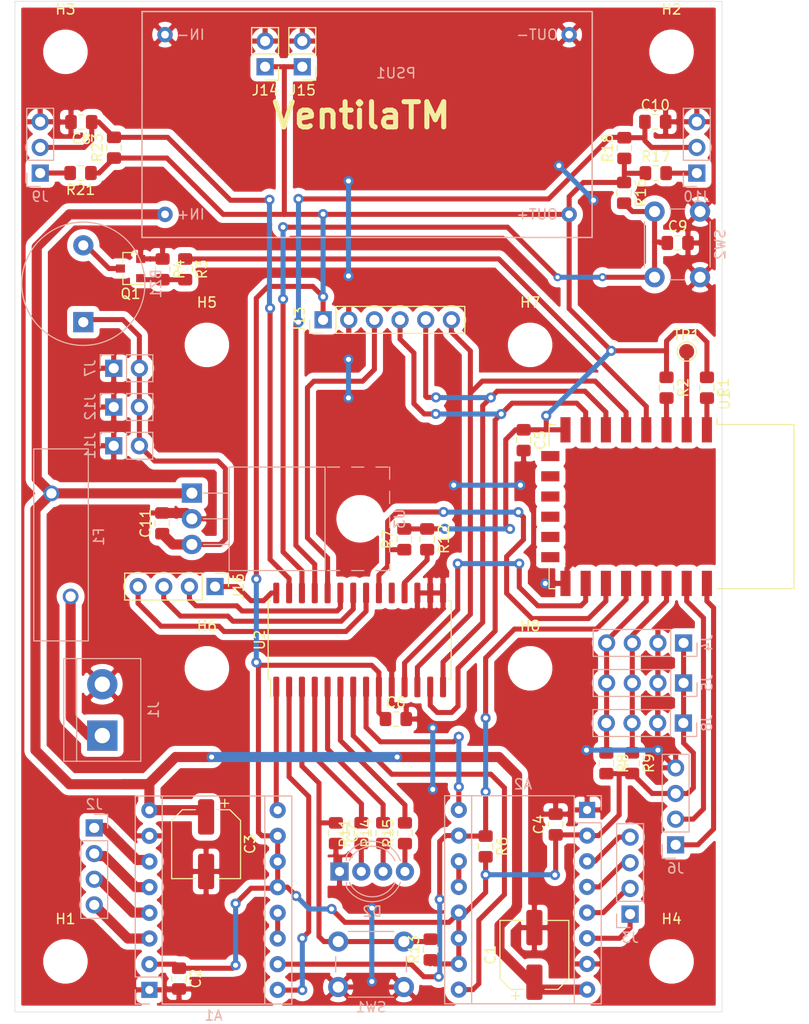
<source format=kicad_pcb>
(kicad_pcb (version 20171130) (host pcbnew "(5.1.2)-1")
  (layers (0 F.Cu signal) (31 B.Cu signal) (34 B.Paste user) (35 F.Paste user) (36 B.SilkS user) (37 F.SilkS user) (38 B.Mask user) (39 F.Mask user) (44 Edge.Cuts user))
  (net 0 "")
  (net 1 +12V)
  (net 2 GND)
  (net 3 "Net-(A1-Pad13)")
  (net 4 "Net-(A1-Pad6)")
  (net 5 "Net-(A1-Pad5)")
  (net 6 "Net-(A1-Pad4)")
  (net 7 "Net-(A1-Pad3)")
  (net 8 +3V3)
  (net 9 M1_EN)
  (net 10 "Net-(A2-Pad13)")
  (net 11 "Net-(A2-Pad6)")
  (net 12 "Net-(A2-Pad5)")
  (net 13 "Net-(A2-Pad4)")
  (net 14 "Net-(A2-Pad3)")
  (net 15 M2_EN)
  (net 16 "Net-(BZ1-Pad2)")
  (net 17 "Net-(Q1-Pad1)")
  (net 18 Buzzer)
  (net 19 "Net-(F1-Pad1)")
  (net 20 "Net-(R1-Pad2)")
  (net 21 "Net-(R2-Pad2)")
  (net 22 SDA)
  (net 23 SCL)
  (net 24 Tx)
  (net 25 Rx)
  (net 26 ENDSTOP1)
  (net 27 ENDSTOP2)
  (net 28 "Net-(R12-Pad2)")
  (net 29 BTN1)
  (net 30 BTN2)
  (net 31 "Net-(J9-Pad1)")
  (net 32 "Net-(J10-Pad1)")
  (net 33 "Net-(TP1-Pad1)")
  (net 34 M_STEP)
  (net 35 "Net-(D2-Pad4)")
  (net 36 "Net-(D2-Pad3)")
  (net 37 "Net-(D2-Pad2)")
  (net 38 INT)
  (net 39 R)
  (net 40 G)
  (net 41 B)
  (net 42 SCK)
  (net 43 MISO)
  (net 44 MOSI)
  (net 45 CS)
  (net 46 +24V)
  (net 47 CS1)
  (net 48 M1_DIR)
  (net 49 M2_DIR)
  (net 50 "Net-(J16-Pad4)")
  (net 51 "Net-(J16-Pad3)")
  (net 52 "Net-(J16-Pad2)")
  (net 53 "Net-(J16-Pad1)")
  (module Connector_PinHeader_2.54mm:PinHeader_1x04_P2.54mm_Vertical (layer F.Cu) (at 19.812 57.912 270)
    (fp_text reference J16 (at 0 -2.33 90) (layer F.SilkS))
    (fp_text value spare_pins)
    (pad 4 thru_hole oval (at 0 7.62 270) (size 1.7 1.7) (drill 1) (layers *.Cu *.Mask) (net 50 "Net-(J16-Pad4)"))
    (pad 3 thru_hole oval (at 0 5.08 270) (size 1.7 1.7) (drill 1) (layers *.Cu *.Mask) (net 51 "Net-(J16-Pad3)"))
    (pad 2 thru_hole oval (at 0 2.54 270) (size 1.7 1.7) (drill 1) (layers *.Cu *.Mask) (net 52 "Net-(J16-Pad2)"))
    (pad 1 thru_hole rect (at 0 0 270) (size 1.7 1.7) (drill 1) (layers *.Cu *.Mask) (net 53 "Net-(J16-Pad1)"))
  )
  (module Connector_PinHeader_2.54mm:PinHeader_1x02_P2.54mm_Vertical (layer F.Cu) (at 28.448 6.477 180)
    (fp_text reference J15 (at 0 -2.33) (layer F.SilkS))
    (fp_text value 3v3spare1)
    (pad 2 thru_hole oval (at 0 2.54 180) (size 1.7 1.7) (drill 1) (layers *.Cu *.Mask) (net 2 GND))
    (pad 1 thru_hole rect (at 0 0 180) (size 1.7 1.7) (drill 1) (layers *.Cu *.Mask) (net 8 +3V3))
  )
  (module Connector_PinHeader_2.54mm:PinHeader_1x02_P2.54mm_Vertical (layer F.Cu) (at 24.765 6.477 180)
    (fp_text reference J14 (at 0 -2.33) (layer F.SilkS))
    (fp_text value 3v3spare)
    (pad 2 thru_hole oval (at 0 2.54 180) (size 1.7 1.7) (drill 1) (layers *.Cu *.Mask) (net 2 GND))
    (pad 1 thru_hole rect (at 0 0 180) (size 1.7 1.7) (drill 1) (layers *.Cu *.Mask) (net 8 +3V3))
  )
  (module Connector_PinHeader_2.54mm:PinHeader_1x06_P2.54mm_Vertical (layer F.Cu) (at 30.5054 31.5214 90)
    (fp_text reference J13 (at 0 -2.33 90) (layer F.SilkS))
    (fp_text value Conn_01x06_Male)
    (pad 6 thru_hole oval (at 0 12.7 90) (size 1.7 1.7) (drill 1) (layers *.Cu *.Mask) (net 42 SCK))
    (pad 5 thru_hole oval (at 0 10.16 90) (size 1.7 1.7) (drill 1) (layers *.Cu *.Mask) (net 43 MISO))
    (pad 4 thru_hole oval (at 0 7.62 90) (size 1.7 1.7) (drill 1) (layers *.Cu *.Mask) (net 44 MOSI))
    (pad 3 thru_hole oval (at 0 5.08 90) (size 1.7 1.7) (drill 1) (layers *.Cu *.Mask) (net 47 CS1))
    (pad 2 thru_hole oval (at 0 2.54 90) (size 1.7 1.7) (drill 1) (layers *.Cu *.Mask) (net 2 GND))
    (pad 1 thru_hole rect (at 0 0 90) (size 1.7 1.7) (drill 1) (layers *.Cu *.Mask) (net 8 +3V3))
  )
  (module Package_TO_SOT_THT:TO-220-3_Horizontal_TabUp (layer B.Cu) (at 17.5133 48.6664 270)
    (fp_text reference U3 (at 2.54 -20.58 90) (layer B.SilkS) (effects (justify mirror)))
    (fp_text value LM7812_TO220)
    (pad 3 thru_hole oval (at 5.08 0 270) (size 1.905 2) (drill 1.1) (layers *.Cu *.Mask) (net 1 +12V))
    (pad 2 thru_hole oval (at 2.54 0 270) (size 1.905 2) (drill 1.1) (layers *.Cu *.Mask) (net 2 GND))
    (pad 1 thru_hole rect (at 0 0 270) (size 1.905 2) (drill 1.1) (layers *.Cu *.Mask) (net 46 +24V))
    (pad "" np_thru_hole oval (at 2.54 -16.66 270) (size 3.5 3.5) (drill 3.5) (layers *.Cu *.Mask))
  )
  (module Capacitor_SMD:C_0805_2012Metric_Pad1.15x1.40mm_HandSolder (layer F.Cu) (at 14.5796 51.6546 90)
    (fp_text reference C11 (at 0 -1.65 90) (layer F.SilkS))
    (fp_text value 100n)
    (pad 2 smd roundrect (at 1.025 0 90) (size 1.15 1.4) (layers F.Cu F.Paste F.Mask) (roundrect_rratio 0.217391) (net 2 GND))
    (pad 1 smd roundrect (at -1.025 0 90) (size 1.15 1.4) (layers F.Cu F.Paste F.Mask) (roundrect_rratio 0.217391) (net 1 +12V))
  )
  (module Connector_PinHeader_2.54mm:PinHeader_1x02_P2.54mm_Vertical (layer B.Cu) (at 9.782799 40.146699 270)
    (fp_text reference J12 (at 0 2.33 90) (layer B.SilkS) (effects (justify mirror)))
    (fp_text value FAN2)
    (pad 2 thru_hole oval (at 0 -2.54 270) (size 1.7 1.7) (drill 1) (layers *.Cu *.Mask) (net 1 +12V))
    (pad 1 thru_hole rect (at 0 0 270) (size 1.7 1.7) (drill 1) (layers *.Cu *.Mask) (net 2 GND))
  )
  (module Connector_PinHeader_2.54mm:PinHeader_1x02_P2.54mm_Vertical (layer B.Cu) (at 9.779 43.9801 270)
    (fp_text reference J11 (at 0 2.33 90) (layer B.SilkS) (effects (justify mirror)))
    (fp_text value FAN1)
    (pad 2 thru_hole oval (at 0 -2.54 270) (size 1.7 1.7) (drill 1) (layers *.Cu *.Mask) (net 1 +12V))
    (pad 1 thru_hole rect (at 0 0 270) (size 1.7 1.7) (drill 1) (layers *.Cu *.Mask) (net 2 GND))
  )
  (module Fuse:Fuse_BelFuse_0ZRE0100FF_L18.7mm_W5.1mm (layer B.Cu) (at 5.5118 58.8899 90)
    (fp_text reference F1 (at 5.9 2.8 90) (layer B.SilkS) (effects (justify mirror)))
    (fp_text value Fuse)
    (pad 1 thru_hole circle (at 0 0 90) (size 1.56 1.56) (drill 1.01) (layers *.Cu *.Mask) (net 19 "Net-(F1-Pad1)"))
    (pad 2 thru_hole circle (at 10.2 -1.9 90) (size 1.56 1.56) (drill 1.01) (layers *.Cu *.Mask) (net 46 +24V))
  )
  (module Package_SO:SOIC-28W_7.5x17.9mm_P1.27mm (layer F.Cu) (at 34.1249 63.1952 90)
    (fp_text reference U2 (at 0 -9.9 90) (layer F.SilkS))
    (fp_text value MCP23S17_SO)
    (pad 28 smd roundrect (at 4.65 -8.255 90) (size 2.05 0.6) (layers F.Cu F.Paste F.Mask) (net 53 "Net-(J16-Pad1)"))
    (pad 27 smd roundrect (at 4.65 -6.985 90) (size 2.05 0.6) (layers F.Cu F.Paste F.Mask) (net 26 ENDSTOP1))
    (pad 26 smd roundrect (at 4.65 -5.715 90) (size 2.05 0.6) (layers F.Cu F.Paste F.Mask) (net 30 BTN2))
    (pad 25 smd roundrect (at 4.65 -4.445 90) (size 2.05 0.6) (layers F.Cu F.Paste F.Mask) (net 27 ENDSTOP2))
    (pad 24 smd roundrect (at 4.65 -3.175 90) (size 2.05 0.6) (layers F.Cu F.Paste F.Mask) (net 47 CS1))
    (pad 23 smd roundrect (at 4.65 -1.905 90) (size 2.05 0.6) (layers F.Cu F.Paste F.Mask) (net 52 "Net-(J16-Pad2)"))
    (pad 22 smd roundrect (at 4.65 -0.635 90) (size 2.05 0.6) (layers F.Cu F.Paste F.Mask) (net 51 "Net-(J16-Pad3)"))
    (pad 21 smd roundrect (at 4.65 0.635 90) (size 2.05 0.6) (layers F.Cu F.Paste F.Mask) (net 50 "Net-(J16-Pad4)"))
    (pad 20 smd roundrect (at 4.65 1.905 90) (size 2.05 0.6) (layers F.Cu F.Paste F.Mask) (net 38 INT))
    (pad 19 smd roundrect (at 4.65 3.175 90) (size 2.05 0.6) (layers F.Cu F.Paste F.Mask))
    (pad 18 smd roundrect (at 4.65 4.445 90) (size 2.05 0.6) (layers F.Cu F.Paste F.Mask) (net 28 "Net-(R12-Pad2)"))
    (pad 17 smd roundrect (at 4.65 5.715 90) (size 2.05 0.6) (layers F.Cu F.Paste F.Mask) (net 2 GND))
    (pad 16 smd roundrect (at 4.65 6.985 90) (size 2.05 0.6) (layers F.Cu F.Paste F.Mask) (net 2 GND))
    (pad 15 smd roundrect (at 4.65 8.255 90) (size 2.05 0.6) (layers F.Cu F.Paste F.Mask) (net 2 GND))
    (pad 14 smd roundrect (at -4.65 8.255 90) (size 2.05 0.6) (layers F.Cu F.Paste F.Mask) (net 43 MISO))
    (pad 13 smd roundrect (at -4.65 6.985 90) (size 2.05 0.6) (layers F.Cu F.Paste F.Mask) (net 44 MOSI))
    (pad 12 smd roundrect (at -4.65 5.715 90) (size 2.05 0.6) (layers F.Cu F.Paste F.Mask) (net 42 SCK))
    (pad 11 smd roundrect (at -4.65 4.445 90) (size 2.05 0.6) (layers F.Cu F.Paste F.Mask) (net 45 CS))
    (pad 10 smd roundrect (at -4.65 3.175 90) (size 2.05 0.6) (layers F.Cu F.Paste F.Mask) (net 2 GND))
    (pad 9 smd roundrect (at -4.65 1.905 90) (size 2.05 0.6) (layers F.Cu F.Paste F.Mask) (net 8 +3V3))
    (pad 8 smd roundrect (at -4.65 0.635 90) (size 2.05 0.6) (layers F.Cu F.Paste F.Mask) (net 49 M2_DIR))
    (pad 7 smd roundrect (at -4.65 -0.635 90) (size 2.05 0.6) (layers F.Cu F.Paste F.Mask) (net 15 M2_EN))
    (pad 6 smd roundrect (at -4.65 -1.905 90) (size 2.05 0.6) (layers F.Cu F.Paste F.Mask) (net 41 B))
    (pad 5 smd roundrect (at -4.65 -3.175 90) (size 2.05 0.6) (layers F.Cu F.Paste F.Mask) (net 40 G))
    (pad 4 smd roundrect (at -4.65 -4.445 90) (size 2.05 0.6) (layers F.Cu F.Paste F.Mask) (net 39 R))
    (pad 3 smd roundrect (at -4.65 -5.715 90) (size 2.05 0.6) (layers F.Cu F.Paste F.Mask) (net 29 BTN1))
    (pad 2 smd roundrect (at -4.65 -6.985 90) (size 2.05 0.6) (layers F.Cu F.Paste F.Mask) (net 48 M1_DIR))
    (pad 1 smd roundrect (at -4.65 -8.255 90) (size 2.05 0.6) (layers F.Cu F.Paste F.Mask) (net 9 M1_EN))
  )
  (module TestPoint:TestPoint_Pad_D1.5mm (layer F.Cu) (at 66.4972 34.6583)
    (fp_text reference TP1 (at 0 -1.648) (layer F.SilkS))
    (fp_text value TestPoint)
    (pad 1 smd circle (at 0 0) (size 1.5 1.5) (layers F.Cu F.Mask) (net 33 "Net-(TP1-Pad1)"))
  )
  (module Resistor_SMD:R_0805_2012Metric_Pad1.15x1.40mm_HandSolder (layer F.Cu) (at 9.8044 14.487 90)
    (fp_text reference R23 (at 0 -1.65 90) (layer F.SilkS))
    (fp_text value 10k)
    (pad 2 smd roundrect (at 1.025 0 90) (size 1.15 1.4) (layers F.Cu F.Paste F.Mask) (roundrect_rratio 0.217391) (net 26 ENDSTOP1))
    (pad 1 smd roundrect (at -1.025 0 90) (size 1.15 1.4) (layers F.Cu F.Paste F.Mask) (roundrect_rratio 0.217391) (net 8 +3V3))
  )
  (module Resistor_SMD:R_0805_2012Metric_Pad1.15x1.40mm_HandSolder (layer F.Cu) (at 6.4934 16.9926 180)
    (fp_text reference R21 (at 0 -1.65) (layer F.SilkS))
    (fp_text value 150R)
    (pad 2 smd roundrect (at 1.025 0 180) (size 1.15 1.4) (layers F.Cu F.Paste F.Mask) (roundrect_rratio 0.217391) (net 31 "Net-(J9-Pad1)"))
    (pad 1 smd roundrect (at -1.025 0 180) (size 1.15 1.4) (layers F.Cu F.Paste F.Mask) (roundrect_rratio 0.217391) (net 8 +3V3))
  )
  (module Resistor_SMD:R_0805_2012Metric_Pad1.15x1.40mm_HandSolder (layer F.Cu) (at 60.325 14.5251 90)
    (fp_text reference R18 (at 0 -1.65 90) (layer F.SilkS))
    (fp_text value 10k)
    (pad 2 smd roundrect (at 1.025 0 90) (size 1.15 1.4) (layers F.Cu F.Paste F.Mask) (roundrect_rratio 0.217391) (net 27 ENDSTOP2))
    (pad 1 smd roundrect (at -1.025 0 90) (size 1.15 1.4) (layers F.Cu F.Paste F.Mask) (roundrect_rratio 0.217391) (net 8 +3V3))
  )
  (module Resistor_SMD:R_0805_2012Metric_Pad1.15x1.40mm_HandSolder (layer F.Cu) (at 63.4402 17.0053)
    (fp_text reference R17 (at 0 -1.65) (layer F.SilkS))
    (fp_text value 150R)
    (pad 2 smd roundrect (at 1.025 0) (size 1.15 1.4) (layers F.Cu F.Paste F.Mask) (roundrect_rratio 0.217391) (net 32 "Net-(J10-Pad1)"))
    (pad 1 smd roundrect (at -1.025 0) (size 1.15 1.4) (layers F.Cu F.Paste F.Mask) (roundrect_rratio 0.217391) (net 8 +3V3))
  )
  (module Resistor_SMD:R_0805_2012Metric_Pad1.15x1.40mm_HandSolder (layer F.Cu) (at 60.2996 18.9521 270)
    (fp_text reference R16 (at 0 -1.65 90) (layer F.SilkS))
    (fp_text value 10k)
    (pad 2 smd roundrect (at 1.025 0 270) (size 1.15 1.4) (layers F.Cu F.Paste F.Mask) (roundrect_rratio 0.217391) (net 30 BTN2))
    (pad 1 smd roundrect (at -1.025 0 270) (size 1.15 1.4) (layers F.Cu F.Paste F.Mask) (roundrect_rratio 0.217391) (net 8 +3V3))
  )
  (module Resistor_SMD:R_0805_2012Metric_Pad1.15x1.40mm_HandSolder (layer F.Cu) (at 38.608 82.3177 90)
    (fp_text reference R15 (at 0 -1.65 90) (layer F.SilkS))
    (fp_text value ?)
    (pad 2 smd roundrect (at 1.025 0 90) (size 1.15 1.4) (layers F.Cu F.Paste F.Mask) (roundrect_rratio 0.217391) (net 41 B))
    (pad 1 smd roundrect (at -1.025 0 90) (size 1.15 1.4) (layers F.Cu F.Paste F.Mask) (roundrect_rratio 0.217391) (net 35 "Net-(D2-Pad4)"))
  )
  (module Resistor_SMD:R_0805_2012Metric_Pad1.15x1.40mm_HandSolder (layer F.Cu) (at 36.449 82.3087 90)
    (fp_text reference R14 (at 0 -1.65 90) (layer F.SilkS))
    (fp_text value ?)
    (pad 2 smd roundrect (at 1.025 0 90) (size 1.15 1.4) (layers F.Cu F.Paste F.Mask) (roundrect_rratio 0.217391) (net 40 G))
    (pad 1 smd roundrect (at -1.025 0 90) (size 1.15 1.4) (layers F.Cu F.Paste F.Mask) (roundrect_rratio 0.217391) (net 36 "Net-(D2-Pad3)"))
  )
  (module Resistor_SMD:R_0805_2012Metric_Pad1.15x1.40mm_HandSolder (layer F.Cu) (at 41.148 93.8239 90)
    (fp_text reference R13 (at 0 -1.65 90) (layer F.SilkS))
    (fp_text value 10k)
    (pad 2 smd roundrect (at 1.025 0 90) (size 1.15 1.4) (layers F.Cu F.Paste F.Mask) (roundrect_rratio 0.217391) (net 29 BTN1))
    (pad 1 smd roundrect (at -1.025 0 90) (size 1.15 1.4) (layers F.Cu F.Paste F.Mask) (roundrect_rratio 0.217391) (net 8 +3V3))
  )
  (module Resistor_SMD:R_0805_2012Metric_Pad1.15x1.40mm_HandSolder (layer F.Cu) (at 40.8051 53.2347 270)
    (fp_text reference R12 (at 0 -1.65 90) (layer F.SilkS))
    (fp_text value 10k)
    (pad 2 smd roundrect (at 1.025 0 270) (size 1.15 1.4) (layers F.Cu F.Paste F.Mask) (roundrect_rratio 0.217391) (net 28 "Net-(R12-Pad2)"))
    (pad 1 smd roundrect (at -1.025 0 270) (size 1.15 1.4) (layers F.Cu F.Paste F.Mask) (roundrect_rratio 0.217391) (net 8 +3V3))
  )
  (module Resistor_SMD:R_0805_2012Metric_Pad1.15x1.40mm_HandSolder (layer F.Cu) (at 34.3027 82.305 90)
    (fp_text reference R11 (at 0 -1.65 90) (layer F.SilkS))
    (fp_text value ?)
    (pad 2 smd roundrect (at 1.025 0 90) (size 1.15 1.4) (layers F.Cu F.Paste F.Mask) (roundrect_rratio 0.217391) (net 39 R))
    (pad 1 smd roundrect (at -1.025 0 90) (size 1.15 1.4) (layers F.Cu F.Paste F.Mask) (roundrect_rratio 0.217391) (net 37 "Net-(D2-Pad2)"))
  )
  (module Resistor_SMD:R_0805_2012Metric_Pad1.15x1.40mm_HandSolder (layer F.Cu) (at 38.5445 53.2347 90)
    (fp_text reference R7 (at 0 -1.65 90) (layer F.SilkS))
    (fp_text value 10k)
    (pad 2 smd roundrect (at 1.025 0 90) (size 1.15 1.4) (layers F.Cu F.Paste F.Mask) (roundrect_rratio 0.217391) (net 8 +3V3))
    (pad 1 smd roundrect (at -1.025 0 90) (size 1.15 1.4) (layers F.Cu F.Paste F.Mask) (roundrect_rratio 0.217391) (net 38 INT))
  )
  (module Resistor_SMD:R_0805_2012Metric_Pad1.15x1.40mm_HandSolder (layer F.Cu) (at 46.5963 83.6258 270)
    (fp_text reference R6 (at 0 -1.65 90) (layer F.SilkS))
    (fp_text value 10k)
    (pad 2 smd roundrect (at 1.025 0 270) (size 1.15 1.4) (layers F.Cu F.Paste F.Mask) (roundrect_rratio 0.217391) (net 8 +3V3))
    (pad 1 smd roundrect (at -1.025 0 270) (size 1.15 1.4) (layers F.Cu F.Paste F.Mask) (roundrect_rratio 0.217391) (net 34 M_STEP))
  )
  (module Resistor_SMD:R_0805_2012Metric_Pad1.15x1.40mm_HandSolder (layer F.Cu) (at 14.6177 26.5213 270)
    (fp_text reference R4 (at 0 -1.65 90) (layer F.SilkS))
    (fp_text value 10k)
    (pad 2 smd roundrect (at 1.025 0 270) (size 1.15 1.4) (layers F.Cu F.Paste F.Mask) (roundrect_rratio 0.217391) (net 17 "Net-(Q1-Pad1)"))
    (pad 1 smd roundrect (at -1.025 0 270) (size 1.15 1.4) (layers F.Cu F.Paste F.Mask) (roundrect_rratio 0.217391) (net 2 GND))
  )
  (module Resistor_SMD:R_0805_2012Metric_Pad1.15x1.40mm_HandSolder (layer F.Cu) (at 16.8529 26.5213 270)
    (fp_text reference R3 (at 0 -1.65 90) (layer F.SilkS))
    (fp_text value 10R)
    (pad 2 smd roundrect (at 1.025 0 270) (size 1.15 1.4) (layers F.Cu F.Paste F.Mask) (roundrect_rratio 0.217391) (net 17 "Net-(Q1-Pad1)"))
    (pad 1 smd roundrect (at -1.025 0 270) (size 1.15 1.4) (layers F.Cu F.Paste F.Mask) (roundrect_rratio 0.217391) (net 18 Buzzer))
  )
  (module Resistor_SMD:R_0805_2012Metric_Pad1.15x1.40mm_HandSolder (layer F.Cu) (at 64.5033 38.2307 270)
    (fp_text reference R2 (at 0 -1.65 90) (layer F.SilkS))
    (fp_text value 10k)
    (pad 2 smd roundrect (at 1.025 0 270) (size 1.15 1.4) (layers F.Cu F.Paste F.Mask) (roundrect_rratio 0.217391) (net 21 "Net-(R2-Pad2)"))
    (pad 1 smd roundrect (at -1.025 0 270) (size 1.15 1.4) (layers F.Cu F.Paste F.Mask) (roundrect_rratio 0.217391) (net 8 +3V3))
  )
  (module Resistor_SMD:R_0805_2012Metric_Pad1.15x1.40mm_HandSolder (layer F.Cu) (at 68.5038 38.236 270)
    (fp_text reference R1 (at 0 -1.65 90) (layer F.SilkS))
    (fp_text value 10k)
    (pad 2 smd roundrect (at 1.025 0 270) (size 1.15 1.4) (layers F.Cu F.Paste F.Mask) (roundrect_rratio 0.217391) (net 20 "Net-(R1-Pad2)"))
    (pad 1 smd roundrect (at -1.025 0 270) (size 1.15 1.4) (layers F.Cu F.Paste F.Mask) (roundrect_rratio 0.217391) (net 8 +3V3))
  )
  (module Package_TO_SOT_SMD:SOT-23 (layer F.Cu) (at 11.446 26.4439 180)
    (fp_text reference Q1 (at 0 -2.5) (layer F.SilkS))
    (fp_text value BSS123)
    (pad 3 smd rect (at 1 0 180) (size 0.9 0.8) (layers F.Cu F.Paste F.Mask) (net 16 "Net-(BZ1-Pad2)"))
    (pad 2 smd rect (at -1 0.95 180) (size 0.9 0.8) (layers F.Cu F.Paste F.Mask) (net 2 GND))
    (pad 1 smd rect (at -1 -0.95 180) (size 0.9 0.8) (layers F.Cu F.Paste F.Mask) (net 17 "Net-(Q1-Pad1)"))
  )
  (module Connector_PinHeader_2.54mm:PinHeader_1x02_P2.54mm_Vertical (layer B.Cu) (at 9.779 36.3093 270)
    (fp_text reference J7 (at 0 2.33 90) (layer B.SilkS) (effects (justify mirror)))
    (fp_text value FAN)
    (pad 2 thru_hole oval (at 0 -2.54 270) (size 1.7 1.7) (drill 1) (layers *.Cu *.Mask) (net 1 +12V))
    (pad 1 thru_hole rect (at 0 0 270) (size 1.7 1.7) (drill 1) (layers *.Cu *.Mask) (net 2 GND))
  )
  (module Capacitor_SMD:C_0805_2012Metric_Pad1.15x1.40mm_HandSolder (layer F.Cu) (at 63.3894 11.9253)
    (fp_text reference C10 (at 0 -1.65) (layer F.SilkS))
    (fp_text value 100n)
    (pad 2 smd roundrect (at 1.025 0) (size 1.15 1.4) (layers F.Cu F.Paste F.Mask) (roundrect_rratio 0.217391) (net 2 GND))
    (pad 1 smd roundrect (at -1.025 0) (size 1.15 1.4) (layers F.Cu F.Paste F.Mask) (roundrect_rratio 0.217391) (net 27 ENDSTOP2))
  )
  (module Capacitor_SMD:C_0805_2012Metric_Pad1.15x1.40mm_HandSolder (layer F.Cu) (at 65.6045 23.9141)
    (fp_text reference C9 (at 0 -1.65) (layer F.SilkS))
    (fp_text value 100n)
    (pad 2 smd roundrect (at 1.025 0) (size 1.15 1.4) (layers F.Cu F.Paste F.Mask) (roundrect_rratio 0.217391) (net 2 GND))
    (pad 1 smd roundrect (at -1.025 0) (size 1.15 1.4) (layers F.Cu F.Paste F.Mask) (roundrect_rratio 0.217391) (net 30 BTN2))
  )
  (module Capacitor_SMD:C_0805_2012Metric_Pad1.15x1.40mm_HandSolder (layer F.Cu) (at 6.5749 11.9507 180)
    (fp_text reference C8 (at 0 -1.65) (layer F.SilkS))
    (fp_text value 100n)
    (pad 2 smd roundrect (at 1.025 0 180) (size 1.15 1.4) (layers F.Cu F.Paste F.Mask) (roundrect_rratio 0.217391) (net 2 GND))
    (pad 1 smd roundrect (at -1.025 0 180) (size 1.15 1.4) (layers F.Cu F.Paste F.Mask) (roundrect_rratio 0.217391) (net 26 ENDSTOP1))
  )
  (module Capacitor_SMD:C_0805_2012Metric_Pad1.15x1.40mm_HandSolder (layer F.Cu) (at 31.7754 82.3177 270)
    (fp_text reference C7 (at 0 -1.65 90) (layer F.SilkS))
    (fp_text value 100n)
    (pad 2 smd roundrect (at 1.025 0 270) (size 1.15 1.4) (layers F.Cu F.Paste F.Mask) (roundrect_rratio 0.217391) (net 2 GND))
    (pad 1 smd roundrect (at -1.025 0 270) (size 1.15 1.4) (layers F.Cu F.Paste F.Mask) (roundrect_rratio 0.217391) (net 29 BTN1))
  )
  (module Capacitor_SMD:C_0805_2012Metric_Pad1.15x1.40mm_HandSolder (layer F.Cu) (at 37.71 71.0184)
    (fp_text reference C6 (at 0 -1.65) (layer F.SilkS))
    (fp_text value 100n)
    (pad 2 smd roundrect (at 1.025 0) (size 1.15 1.4) (layers F.Cu F.Paste F.Mask) (roundrect_rratio 0.217391) (net 2 GND))
    (pad 1 smd roundrect (at -1.025 0) (size 1.15 1.4) (layers F.Cu F.Paste F.Mask) (roundrect_rratio 0.217391) (net 8 +3V3))
  )
  (module Capacitor_SMD:C_0805_2012Metric_Pad1.15x1.40mm_HandSolder (layer F.Cu) (at 50.3555 43.425 270)
    (fp_text reference C5 (at 0 -1.65 90) (layer F.SilkS))
    (fp_text value 100n)
    (pad 2 smd roundrect (at 1.025 0 270) (size 1.15 1.4) (layers F.Cu F.Paste F.Mask) (roundrect_rratio 0.217391) (net 2 GND))
    (pad 1 smd roundrect (at -1.025 0 270) (size 1.15 1.4) (layers F.Cu F.Paste F.Mask) (roundrect_rratio 0.217391) (net 8 +3V3))
  )
  (module Capacitor_SMD:C_0805_2012Metric_Pad1.15x1.40mm_HandSolder (layer F.Cu) (at 53.5305 81.4541 90)
    (fp_text reference C4 (at 0 -1.65 90) (layer F.SilkS))
    (fp_text value 100n)
    (pad 2 smd roundrect (at 1.025 0 90) (size 1.15 1.4) (layers F.Cu F.Paste F.Mask) (roundrect_rratio 0.217391) (net 2 GND))
    (pad 1 smd roundrect (at -1.025 0 90) (size 1.15 1.4) (layers F.Cu F.Paste F.Mask) (roundrect_rratio 0.217391) (net 8 +3V3))
  )
  (module Capacitor_SMD:C_0805_2012Metric_Pad1.15x1.40mm_HandSolder (layer F.Cu) (at 16.2433 96.7015 270)
    (fp_text reference C2 (at 0 -1.65 90) (layer F.SilkS))
    (fp_text value 100n)
    (pad 2 smd roundrect (at 1.025 0 270) (size 1.15 1.4) (layers F.Cu F.Paste F.Mask) (roundrect_rratio 0.217391) (net 2 GND))
    (pad 1 smd roundrect (at -1.025 0 270) (size 1.15 1.4) (layers F.Cu F.Paste F.Mask) (roundrect_rratio 0.217391) (net 8 +3V3))
  )
  (module Button_Switch_THT:SW_PUSH_6mm_H7.3mm (layer B.Cu) (at 67.818 27.305 90)
    (fp_text reference SW2 (at 3.25 2 90) (layer B.SilkS) (effects (justify mirror)))
    (fp_text value SW_Push)
    (pad 1 thru_hole circle (at 6.5 0) (size 2 2) (drill 1.1) (layers *.Cu *.Mask) (net 2 GND))
    (pad 2 thru_hole circle (at 6.5 -4.5) (size 2 2) (drill 1.1) (layers *.Cu *.Mask) (net 30 BTN2))
    (pad 1 thru_hole circle (at 0 0) (size 2 2) (drill 1.1) (layers *.Cu *.Mask) (net 2 GND))
    (pad 2 thru_hole circle (at 0 -4.5) (size 2 2) (drill 1.1) (layers *.Cu *.Mask) (net 30 BTN2))
  )
  (module Connector_PinHeader_2.54mm:PinHeader_1x03_P2.54mm_Vertical (layer B.Cu) (at 67.5 17)
    (fp_text reference J10 (at 0 2.33) (layer B.SilkS) (effects (justify mirror)))
    (fp_text value endstop2)
    (pad 3 thru_hole oval (at 0 -5.08) (size 1.7 1.7) (drill 1) (layers *.Cu *.Mask) (net 2 GND))
    (pad 2 thru_hole oval (at 0 -2.54) (size 1.7 1.7) (drill 1) (layers *.Cu *.Mask) (net 27 ENDSTOP2))
    (pad 1 thru_hole rect (at 0 0) (size 1.7 1.7) (drill 1) (layers *.Cu *.Mask) (net 32 "Net-(J10-Pad1)"))
  )
  (module LED_THT:LED_D5.0mm-4_RGB_Wide_Pins (layer B.Cu) (at 32.131 86.106)
    (fp_text reference D2 (at 3.2385 3.96) (layer B.SilkS) (effects (justify mirror)))
    (fp_text value LED_CRGB)
    (pad 4 thru_hole circle (at 6.477 0) (size 1.8 1.8) (drill 0.9) (layers *.Cu *.Mask) (net 35 "Net-(D2-Pad4)"))
    (pad 3 thru_hole circle (at 4.318 0) (size 1.8 1.8) (drill 0.9) (layers *.Cu *.Mask) (net 36 "Net-(D2-Pad3)"))
    (pad 2 thru_hole circle (at 2.159 0) (size 1.8 1.8) (drill 0.9) (layers *.Cu *.Mask) (net 37 "Net-(D2-Pad2)"))
    (pad 1 thru_hole rect (at 0 0) (size 1.8 1.8) (drill 0.9) (layers *.Cu *.Mask) (net 2 GND))
  )
  (module Button_Switch_THT:SW_PUSH_6mm_H7.3mm (layer B.Cu) (at 32.004 97.536)
    (fp_text reference SW1 (at 3.25 2) (layer B.SilkS) (effects (justify mirror)))
    (fp_text value SW_Push)
    (pad 1 thru_hole circle (at 6.5 0 270) (size 2 2) (drill 1.1) (layers *.Cu *.Mask) (net 2 GND))
    (pad 2 thru_hole circle (at 6.5 -4.5 270) (size 2 2) (drill 1.1) (layers *.Cu *.Mask) (net 29 BTN1))
    (pad 1 thru_hole circle (at 0 0 270) (size 2 2) (drill 1.1) (layers *.Cu *.Mask) (net 2 GND))
    (pad 2 thru_hole circle (at 0 -4.5 270) (size 2 2) (drill 1.1) (layers *.Cu *.Mask) (net 29 BTN1))
  )
  (module Connector_PinHeader_2.54mm:PinHeader_1x03_P2.54mm_Vertical (layer B.Cu) (at 2.5 17)
    (fp_text reference J9 (at 0 2.33) (layer B.SilkS) (effects (justify mirror)))
    (fp_text value endstop1)
    (pad 3 thru_hole oval (at 0 -5.08) (size 1.7 1.7) (drill 1) (layers *.Cu *.Mask) (net 2 GND))
    (pad 2 thru_hole oval (at 0 -2.54) (size 1.7 1.7) (drill 1) (layers *.Cu *.Mask) (net 26 ENDSTOP1))
    (pad 1 thru_hole rect (at 0 0) (size 1.7 1.7) (drill 1) (layers *.Cu *.Mask) (net 31 "Net-(J9-Pad1)"))
  )
  (module Connector_PinHeader_2.54mm:PinHeader_1x04_P2.54mm_Vertical (layer B.Cu) (at 66.1924 63.4873 90)
    (fp_text reference J4 (at 0 2.33 270) (layer B.SilkS) (effects (justify mirror)))
    (fp_text value BMP280)
    (pad 4 thru_hole oval (at 0 -7.62 90) (size 1.7 1.7) (drill 1) (layers *.Cu *.Mask) (net 22 SDA))
    (pad 3 thru_hole oval (at 0 -5.08 90) (size 1.7 1.7) (drill 1) (layers *.Cu *.Mask) (net 23 SCL))
    (pad 2 thru_hole oval (at 0 -2.54 90) (size 1.7 1.7) (drill 1) (layers *.Cu *.Mask) (net 2 GND))
    (pad 1 thru_hole rect (at 0 0 90) (size 1.7 1.7) (drill 1) (layers *.Cu *.Mask) (net 8 +3V3))
  )
  (module MountingHole:MountingHole_3.2mm_M3 (layer F.Cu) (at 65 95)
    (fp_text reference H4 (at 0 -4.2) (layer F.SilkS))
    (fp_text value mh)
    (pad 1 np_thru_hole circle (at 0 0) (size 3.2 3.2) (drill 3.2) (layers *.Cu *.Mask))
  )
  (module MountingHole:MountingHole_3.2mm_M3 (layer F.Cu) (at 51 66)
    (fp_text reference H8 (at 0 -4.2) (layer F.SilkS))
    (fp_text value mh)
    (pad 1 np_thru_hole circle (at 0 0) (size 3.2 3.2) (drill 3.2) (layers *.Cu *.Mask))
  )
  (module MountingHole:MountingHole_3.2mm_M3 (layer F.Cu) (at 51 34)
    (fp_text reference H7 (at 0 -4.2) (layer F.SilkS))
    (fp_text value mh)
    (pad 1 np_thru_hole circle (at 0 0) (size 3.2 3.2) (drill 3.2) (layers *.Cu *.Mask))
  )
  (module MountingHole:MountingHole_3.2mm_M3 (layer F.Cu) (at 19 66)
    (fp_text reference H6 (at 0 -4.2) (layer F.SilkS))
    (fp_text value mh)
    (pad 1 np_thru_hole circle (at 0 0) (size 3.2 3.2) (drill 3.2) (layers *.Cu *.Mask))
  )
  (module MountingHole:MountingHole_3.2mm_M3 (layer F.Cu) (at 19 34)
    (fp_text reference H5 (at 0 -4.2) (layer F.SilkS))
    (fp_text value mh)
    (pad 1 np_thru_hole circle (at 0 0) (size 3.2 3.2) (drill 3.2) (layers *.Cu *.Mask))
  )
  (module MountingHole:MountingHole_3.2mm_M3 (layer F.Cu) (at 5 5)
    (fp_text reference H3 (at 0 -4.2) (layer F.SilkS))
    (fp_text value mh)
    (pad 1 np_thru_hole circle (at 0 0) (size 3.2 3.2) (drill 3.2) (layers *.Cu *.Mask))
  )
  (module MountingHole:MountingHole_3.2mm_M3 (layer F.Cu) (at 65 5)
    (fp_text reference H2 (at 0 -4.2) (layer F.SilkS))
    (fp_text value mh)
    (pad 1 np_thru_hole circle (at 0 0) (size 3.2 3.2) (drill 3.2) (layers *.Cu *.Mask))
  )
  (module MountingHole:MountingHole_3.2mm_M3 (layer F.Cu) (at 5 95)
    (fp_text reference H1 (at 0 -4.2) (layer F.SilkS))
    (fp_text value mh)
    (pad 1 np_thru_hole circle (at 0 0) (size 3.2 3.2) (drill 3.2) (layers *.Cu *.Mask))
  )
  (module Connector_PinHeader_2.54mm:PinHeader_1x04_P2.54mm_Vertical (layer B.Cu) (at 66.167 71.4121 90)
    (fp_text reference J8 (at 0 2.33 90) (layer B.SilkS) (effects (justify mirror)))
    (fp_text value I2CExp)
    (pad 4 thru_hole oval (at 0 -7.62 90) (size 1.7 1.7) (drill 1) (layers *.Cu *.Mask) (net 22 SDA))
    (pad 3 thru_hole oval (at 0 -5.08 90) (size 1.7 1.7) (drill 1) (layers *.Cu *.Mask) (net 23 SCL))
    (pad 2 thru_hole oval (at 0 -2.54 90) (size 1.7 1.7) (drill 1) (layers *.Cu *.Mask) (net 2 GND))
    (pad 1 thru_hole rect (at 0 0 90) (size 1.7 1.7) (drill 1) (layers *.Cu *.Mask) (net 8 +3V3))
  )
  (module Resistor_SMD:R_0805_2012Metric_Pad1.15x1.40mm_HandSolder (layer F.Cu) (at 61.0997 75.3835 270)
    (fp_text reference R9 (at 0 -1.65 90) (layer F.SilkS))
    (fp_text value 4K7)
    (pad 2 smd roundrect (at 1.025 0 270) (size 1.15 1.4) (layers F.Cu F.Paste F.Mask) (roundrect_rratio 0.217391) (net 8 +3V3))
    (pad 1 smd roundrect (at -1.025 0 270) (size 1.15 1.4) (layers F.Cu F.Paste F.Mask) (roundrect_rratio 0.217391) (net 23 SCL))
  )
  (module Resistor_SMD:R_0805_2012Metric_Pad1.15x1.40mm_HandSolder (layer F.Cu) (at 58.547 75.3962 270)
    (fp_text reference R8 (at 0 -1.65 90) (layer F.SilkS))
    (fp_text value 4K7)
    (pad 2 smd roundrect (at 1.025 0 270) (size 1.15 1.4) (layers F.Cu F.Paste F.Mask) (roundrect_rratio 0.217391) (net 8 +3V3))
    (pad 1 smd roundrect (at -1.025 0 270) (size 1.15 1.4) (layers F.Cu F.Paste F.Mask) (roundrect_rratio 0.217391) (net 22 SDA))
  )
  (module Connector_PinHeader_2.54mm:PinHeader_1x04_P2.54mm_Vertical (layer B.Cu) (at 65.405 83.4644)
    (fp_text reference J6 (at 0 2.33 180) (layer B.SilkS) (effects (justify mirror)))
    (fp_text value Serial)
    (pad 4 thru_hole oval (at 0 -7.62) (size 1.7 1.7) (drill 1) (layers *.Cu *.Mask) (net 2 GND))
    (pad 3 thru_hole oval (at 0 -5.08) (size 1.7 1.7) (drill 1) (layers *.Cu *.Mask) (net 8 +3V3))
    (pad 2 thru_hole oval (at 0 -2.54) (size 1.7 1.7) (drill 1) (layers *.Cu *.Mask) (net 25 Rx))
    (pad 1 thru_hole rect (at 0 0) (size 1.7 1.7) (drill 1) (layers *.Cu *.Mask) (net 24 Tx))
  )
  (module Connector_PinHeader_2.54mm:PinHeader_1x04_P2.54mm_Vertical (layer B.Cu) (at 66.1924 67.4497 90)
    (fp_text reference J5 (at 0 2.33 90) (layer B.SilkS) (effects (justify mirror)))
    (fp_text value BMP280_pacient)
    (pad 4 thru_hole oval (at 0 -7.62 90) (size 1.7 1.7) (drill 1) (layers *.Cu *.Mask) (net 22 SDA))
    (pad 3 thru_hole oval (at 0 -5.08 90) (size 1.7 1.7) (drill 1) (layers *.Cu *.Mask) (net 23 SCL))
    (pad 2 thru_hole oval (at 0 -2.54 90) (size 1.7 1.7) (drill 1) (layers *.Cu *.Mask) (net 2 GND))
    (pad 1 thru_hole rect (at 0 0 90) (size 1.7 1.7) (drill 1) (layers *.Cu *.Mask) (net 8 +3V3))
  )
  (module mylib:LM2596-breakout_board (layer B.Cu) (at 35.179 12.192)
    (fp_text reference PSU1 (at 2.54 -5.08 180) (layer B.SilkS) (effects (justify mirror)))
    (fp_text value LM2596-Breakout)
    (fp_text user OUT- (at 16.51 -8.89 180) (layer B.SilkS) (effects (justify mirror)))
    (fp_text user OUT+ (at 16.51 8.89 180) (layer B.SilkS) (effects (justify mirror)))
    (fp_text user IN- (at -17.78 -8.89 180) (layer B.SilkS) (effects (justify mirror)))
    (fp_text user IN+ (at -17.78 8.89) (layer B.SilkS) (effects (justify mirror)))
    (pad 1 thru_hole circle (at -20.32 8.89) (size 1.524 1.524) (drill 0.762) (layers *.Cu *.Mask) (net 46 +24V))
    (pad 2 thru_hole circle (at -20.32 -8.89) (size 1.524 1.524) (drill 0.762) (layers *.Cu *.Mask) (net 2 GND))
    (pad 3 thru_hole circle (at 19.685 8.89) (size 1.524 1.524) (drill 0.762) (layers *.Cu *.Mask) (net 8 +3V3))
    (pad 4 thru_hole circle (at 19.685 -8.89) (size 1.524 1.524) (drill 0.762) (layers *.Cu *.Mask) (net 2 GND))
  )
  (module RF_Module:ESP-12E (layer F.Cu) (at 65 50 270)
    (fp_text reference U1 (at -10.56 -5.26 90) (layer F.SilkS))
    (fp_text value ESP-12E)
    (pad 22 smd rect (at 7.6 -3.5 270) (size 2.5 1) (layers F.Cu F.Paste F.Mask) (net 24 Tx))
    (pad 21 smd rect (at 7.6 -1.5 270) (size 2.5 1) (layers F.Cu F.Paste F.Mask) (net 25 Rx))
    (pad 20 smd rect (at 7.6 0.5 270) (size 2.5 1) (layers F.Cu F.Paste F.Mask) (net 23 SCL))
    (pad 19 smd rect (at 7.6 2.5 270) (size 2.5 1) (layers F.Cu F.Paste F.Mask) (net 22 SDA))
    (pad 18 smd rect (at 7.6 4.5 270) (size 2.5 1) (layers F.Cu F.Paste F.Mask) (net 34 M_STEP))
    (pad 17 smd rect (at 7.6 6.5 270) (size 2.5 1) (layers F.Cu F.Paste F.Mask) (net 38 INT))
    (pad 16 smd rect (at 7.6 8.5 270) (size 2.5 1) (layers F.Cu F.Paste F.Mask) (net 45 CS))
    (pad 15 smd rect (at 7.6 10.5 270) (size 2.5 1) (layers F.Cu F.Paste F.Mask) (net 2 GND))
    (pad 14 smd rect (at 5 12 270) (size 1 1.8) (layers F.Cu F.Paste F.Mask))
    (pad 13 smd rect (at 3 12 270) (size 1 1.8) (layers F.Cu F.Paste F.Mask))
    (pad 12 smd rect (at 1 12 270) (size 1 1.8) (layers F.Cu F.Paste F.Mask))
    (pad 11 smd rect (at -1 12 270) (size 1 1.8) (layers F.Cu F.Paste F.Mask))
    (pad 10 smd rect (at -3 12 270) (size 1 1.8) (layers F.Cu F.Paste F.Mask))
    (pad 9 smd rect (at -5 12 270) (size 1 1.8) (layers F.Cu F.Paste F.Mask))
    (pad 8 smd rect (at -7.6 10.5 270) (size 2.5 1) (layers F.Cu F.Paste F.Mask) (net 8 +3V3))
    (pad 7 smd rect (at -7.6 8.5 270) (size 2.5 1) (layers F.Cu F.Paste F.Mask) (net 44 MOSI))
    (pad 6 smd rect (at -7.6 6.5 270) (size 2.5 1) (layers F.Cu F.Paste F.Mask) (net 43 MISO))
    (pad 5 smd rect (at -7.6 4.5 270) (size 2.5 1) (layers F.Cu F.Paste F.Mask) (net 42 SCK))
    (pad 4 smd rect (at -7.6 2.5 270) (size 2.5 1) (layers F.Cu F.Paste F.Mask) (net 18 Buzzer))
    (pad 3 smd rect (at -7.6 0.5 270) (size 2.5 1) (layers F.Cu F.Paste F.Mask) (net 21 "Net-(R2-Pad2)"))
    (pad 2 smd rect (at -7.6 -1.5 270) (size 2.5 1) (layers F.Cu F.Paste F.Mask) (net 33 "Net-(TP1-Pad1)"))
    (pad 1 smd rect (at -7.6 -3.5 270) (size 2.5 1) (layers F.Cu F.Paste F.Mask) (net 20 "Net-(R1-Pad2)"))
  )
  (module Connector_PinHeader_2.54mm:PinHeader_1x04_P2.54mm_Vertical (layer B.Cu) (at 60.8965 90.3224)
    (fp_text reference J3 (at 0 2.33 180) (layer B.SilkS) (effects (justify mirror)))
    (fp_text value M2Out)
    (pad 4 thru_hole oval (at 0 -7.62) (size 1.7 1.7) (drill 1) (layers *.Cu *.Mask) (net 14 "Net-(A2-Pad3)"))
    (pad 3 thru_hole oval (at 0 -5.08) (size 1.7 1.7) (drill 1) (layers *.Cu *.Mask) (net 13 "Net-(A2-Pad4)"))
    (pad 2 thru_hole oval (at 0 -2.54) (size 1.7 1.7) (drill 1) (layers *.Cu *.Mask) (net 12 "Net-(A2-Pad5)"))
    (pad 1 thru_hole rect (at 0 0) (size 1.7 1.7) (drill 1) (layers *.Cu *.Mask) (net 11 "Net-(A2-Pad6)"))
  )
  (module Connector_PinHeader_2.54mm:PinHeader_1x04_P2.54mm_Vertical (layer B.Cu) (at 7.8486 81.788 180)
    (fp_text reference J2 (at 0 2.33 180) (layer B.SilkS) (effects (justify mirror)))
    (fp_text value M1Out)
    (pad 4 thru_hole oval (at 0 -7.62 180) (size 1.7 1.7) (drill 1) (layers *.Cu *.Mask) (net 7 "Net-(A1-Pad3)"))
    (pad 3 thru_hole oval (at 0 -5.08 180) (size 1.7 1.7) (drill 1) (layers *.Cu *.Mask) (net 6 "Net-(A1-Pad4)"))
    (pad 2 thru_hole oval (at 0 -2.54 180) (size 1.7 1.7) (drill 1) (layers *.Cu *.Mask) (net 5 "Net-(A1-Pad5)"))
    (pad 1 thru_hole rect (at 0 0 180) (size 1.7 1.7) (drill 1) (layers *.Cu *.Mask) (net 4 "Net-(A1-Pad6)"))
  )
  (module TerminalBlock:TerminalBlock_bornier-2_P5.08mm (layer B.Cu) (at 8.6487 72.6567 90)
    (fp_text reference J1 (at 2.54 5.08 270) (layer B.SilkS) (effects (justify mirror)))
    (fp_text value PSU_IN)
    (pad 2 thru_hole circle (at 5.08 0 90) (size 3 3) (drill 1.52) (layers *.Cu *.Mask) (net 2 GND))
    (pad 1 thru_hole rect (at 0 0 90) (size 3 3) (drill 1.52) (layers *.Cu *.Mask) (net 19 "Net-(F1-Pad1)"))
  )
  (module Capacitor_SMD:CP_Elec_6.3x7.7 (layer F.Cu) (at 18.923 83.4009 270)
    (fp_text reference C3 (at 0 -4.35 90) (layer F.SilkS))
    (fp_text value 100uF/25v)
    (pad 2 smd roundrect (at 2.7 0 270) (size 3.5 1.6) (layers F.Cu F.Paste F.Mask) (roundrect_rratio 0.15625) (net 2 GND))
    (pad 1 smd roundrect (at -2.7 0 270) (size 3.5 1.6) (layers F.Cu F.Paste F.Mask) (roundrect_rratio 0.15625) (net 46 +24V))
  )
  (module Capacitor_SMD:CP_Elec_6.3x7.7 (layer F.Cu) (at 51.4223 94.3559 90)
    (fp_text reference C1 (at 0 -4.35 90) (layer F.SilkS))
    (fp_text value 100uF/25v)
    (pad 2 smd roundrect (at 2.7 0 90) (size 3.5 1.6) (layers F.Cu F.Paste F.Mask) (roundrect_rratio 0.15625) (net 2 GND))
    (pad 1 smd roundrect (at -2.7 0 90) (size 3.5 1.6) (layers F.Cu F.Paste F.Mask) (roundrect_rratio 0.15625) (net 46 +24V))
  )
  (module Buzzer_Beeper:Buzzer_12x9.5RM7.6 (layer B.Cu) (at 6.7691 31.75 90)
    (fp_text reference BZ1 (at 3.8 7.2 270) (layer B.SilkS) (effects (justify mirror)))
    (fp_text value Buzzer)
    (pad 2 thru_hole circle (at 7.6 0 90) (size 2 2) (drill 1) (layers *.Cu *.Mask) (net 16 "Net-(BZ1-Pad2)"))
    (pad 1 thru_hole rect (at 0 0 90) (size 2 2) (drill 1) (layers *.Cu *.Mask) (net 1 +12V))
  )
  (module Module:Pololu_Breakout-16_15.2x20.3mm (layer B.Cu) (at 56.642 80.01 180)
    (fp_text reference A2 (at 6.35 2.54 180) (layer B.SilkS) (effects (justify mirror)))
    (fp_text value Pololu_Breakout_A4988 hide)
    (pad 16 thru_hole oval (at 12.7 0 180) (size 1.6 1.6) (drill 0.8) (layers *.Cu *.Mask) (net 49 M2_DIR))
    (pad 8 thru_hole oval (at 0 -17.78 180) (size 1.6 1.6) (drill 0.8) (layers *.Cu *.Mask) (net 46 +24V))
    (pad 15 thru_hole oval (at 12.7 -2.54 180) (size 1.6 1.6) (drill 0.8) (layers *.Cu *.Mask) (net 34 M_STEP))
    (pad 7 thru_hole oval (at 0 -15.24 180) (size 1.6 1.6) (drill 0.8) (layers *.Cu *.Mask) (net 2 GND))
    (pad 14 thru_hole oval (at 12.7 -5.08 180) (size 1.6 1.6) (drill 0.8) (layers *.Cu *.Mask) (net 10 "Net-(A2-Pad13)"))
    (pad 6 thru_hole oval (at 0 -12.7 180) (size 1.6 1.6) (drill 0.8) (layers *.Cu *.Mask) (net 11 "Net-(A2-Pad6)"))
    (pad 13 thru_hole oval (at 12.7 -7.62 180) (size 1.6 1.6) (drill 0.8) (layers *.Cu *.Mask) (net 10 "Net-(A2-Pad13)"))
    (pad 5 thru_hole oval (at 0 -10.16 180) (size 1.6 1.6) (drill 0.8) (layers *.Cu *.Mask) (net 12 "Net-(A2-Pad5)"))
    (pad 12 thru_hole oval (at 12.7 -10.16 180) (size 1.6 1.6) (drill 0.8) (layers *.Cu *.Mask) (net 8 +3V3))
    (pad 4 thru_hole oval (at 0 -7.62 180) (size 1.6 1.6) (drill 0.8) (layers *.Cu *.Mask) (net 13 "Net-(A2-Pad4)"))
    (pad 11 thru_hole oval (at 12.7 -12.7 180) (size 1.6 1.6) (drill 0.8) (layers *.Cu *.Mask) (net 8 +3V3))
    (pad 3 thru_hole oval (at 0 -5.08 180) (size 1.6 1.6) (drill 0.8) (layers *.Cu *.Mask) (net 14 "Net-(A2-Pad3)"))
    (pad 10 thru_hole oval (at 12.7 -15.24 180) (size 1.6 1.6) (drill 0.8) (layers *.Cu *.Mask) (net 8 +3V3))
    (pad 2 thru_hole oval (at 0 -2.54 180) (size 1.6 1.6) (drill 0.8) (layers *.Cu *.Mask) (net 8 +3V3))
    (pad 9 thru_hole oval (at 12.7 -17.78 180) (size 1.6 1.6) (drill 0.8) (layers *.Cu *.Mask) (net 15 M2_EN))
    (pad 1 thru_hole rect (at 0 0 180) (size 1.6 1.6) (drill 0.8) (layers *.Cu *.Mask) (net 2 GND))
  )
  (module Module:Pololu_Breakout-16_15.2x20.3mm (layer B.Cu) (at 13.3096 97.8154)
    (fp_text reference A1 (at 6.35 2.54 180) (layer B.SilkS) (effects (justify mirror)))
    (fp_text value Pololu_Breakout_A4988 hide)
    (pad 16 thru_hole oval (at 12.7 0) (size 1.6 1.6) (drill 0.8) (layers *.Cu *.Mask) (net 48 M1_DIR))
    (pad 8 thru_hole oval (at 0 -17.78) (size 1.6 1.6) (drill 0.8) (layers *.Cu *.Mask) (net 46 +24V))
    (pad 15 thru_hole oval (at 12.7 -2.54) (size 1.6 1.6) (drill 0.8) (layers *.Cu *.Mask) (net 34 M_STEP))
    (pad 7 thru_hole oval (at 0 -15.24) (size 1.6 1.6) (drill 0.8) (layers *.Cu *.Mask) (net 2 GND))
    (pad 14 thru_hole oval (at 12.7 -5.08) (size 1.6 1.6) (drill 0.8) (layers *.Cu *.Mask) (net 3 "Net-(A1-Pad13)"))
    (pad 6 thru_hole oval (at 0 -12.7) (size 1.6 1.6) (drill 0.8) (layers *.Cu *.Mask) (net 4 "Net-(A1-Pad6)"))
    (pad 13 thru_hole oval (at 12.7 -7.62) (size 1.6 1.6) (drill 0.8) (layers *.Cu *.Mask) (net 3 "Net-(A1-Pad13)"))
    (pad 5 thru_hole oval (at 0 -10.16) (size 1.6 1.6) (drill 0.8) (layers *.Cu *.Mask) (net 5 "Net-(A1-Pad5)"))
    (pad 12 thru_hole oval (at 12.7 -10.16) (size 1.6 1.6) (drill 0.8) (layers *.Cu *.Mask) (net 8 +3V3))
    (pad 4 thru_hole oval (at 0 -7.62) (size 1.6 1.6) (drill 0.8) (layers *.Cu *.Mask) (net 6 "Net-(A1-Pad4)"))
    (pad 11 thru_hole oval (at 12.7 -12.7) (size 1.6 1.6) (drill 0.8) (layers *.Cu *.Mask) (net 8 +3V3))
    (pad 3 thru_hole oval (at 0 -5.08) (size 1.6 1.6) (drill 0.8) (layers *.Cu *.Mask) (net 7 "Net-(A1-Pad3)"))
    (pad 10 thru_hole oval (at 12.7 -15.24) (size 1.6 1.6) (drill 0.8) (layers *.Cu *.Mask) (net 8 +3V3))
    (pad 2 thru_hole oval (at 0 -2.54) (size 1.6 1.6) (drill 0.8) (layers *.Cu *.Mask) (net 8 +3V3))
    (pad 9 thru_hole oval (at 12.7 -17.78) (size 1.6 1.6) (drill 0.8) (layers *.Cu *.Mask) (net 9 M1_EN))
    (pad 1 thru_hole rect (at 0 0) (size 1.6 1.6) (drill 0.8) (layers *.Cu *.Mask) (net 2 GND))
  )
  (gr_text VentilaTM (at 34.29 11.303) (layer F.SilkS) (effects (font (size 2.5 2.5) (thickness 0.5))))
  (gr_line (start 70 100) (end 70 0) (layer Edge.Cuts) (width 0.05))
  (gr_line (start 0 100) (end 0 0) (layer Edge.Cuts) (width 0.05))
  (gr_line (start 0 100) (end 70 100) (layer Edge.Cuts) (width 0.05))
  (gr_line (start 0 0) (end 70 0) (layer Edge.Cuts) (width 0.05))
  (via (at 57.277 19.685) (size 1) (drill 0.5) (layers F.Cu B.Cu) (net 2))
  (via (at 53.848 16.256) (size 1) (drill 0.5) (layers F.Cu B.Cu) (net 2))
  (segment (start 57.277 19.685) (end 53.848 16.256) (width 0.5) (layer B.Cu) (net 2))
  (segment (start 15.6464 53.7464) (end 14.5796 52.6796) (width 1) (layer F.Cu) (net 1))
  (segment (start 17.5133 53.7464) (end 15.6464 53.7464) (width 1) (layer F.Cu) (net 1))
  (segment (start 8.2691 31.496) (end 6.7691 31.496) (width 0.5) (layer F.Cu) (net 1))
  (segment (start 12.319 43.9801) (end 12.319 36.3093) (width 0.5) (layer F.Cu) (net 1))
  (segment (start 12.319 36.3093) (end 12.319 33.1343) (width 0.5) (layer F.Cu) (net 1))
  (segment (start 10.6807 31.496) (end 8.2691 31.496) (width 0.5) (layer F.Cu) (net 1))
  (segment (start 12.319 33.1343) (end 10.6807 31.496) (width 0.5) (layer F.Cu) (net 1))
  (segment (start 20.2946 53.7464) (end 17.5133 53.7464) (width 0.5) (layer F.Cu) (net 1))
  (segment (start 20.828 53.213) (end 20.2946 53.7464) (width 0.5) (layer F.Cu) (net 1))
  (segment (start 20.828 46.228) (end 20.828 53.213) (width 0.5) (layer F.Cu) (net 1))
  (segment (start 20.0914 45.4914) (end 20.828 46.228) (width 0.5) (layer F.Cu) (net 1))
  (segment (start 12.319 43.9801) (end 13.8303 45.4914) (width 0.5) (layer F.Cu) (net 1))
  (segment (start 13.8303 45.4914) (end 20.0914 45.4914) (width 0.5) (layer F.Cu) (net 1))
  (segment (start 63.6524 74.0918) (end 65.405 75.8444) (width 0.5) (layer F.Cu) (net 2))
  (segment (start 63.6524 63.4873) (end 63.6524 74.0918) (width 0.5) (layer F.Cu) (net 2))
  (segment (start 14.5849 50.6349) (end 14.5796 50.6296) (width 1) (layer F.Cu) (net 2))
  (segment (start 17.5133 51.2064) (end 16.9418 50.6349) (width 1) (layer F.Cu) (net 2))
  (segment (start 16.9418 50.6349) (end 14.5849 50.6349) (width 1) (layer F.Cu) (net 2))
  (segment (start 9.779 45.4914) (end 9.779 37.8206) (width 0.5) (layer F.Cu) (net 2))
  (segment (start 16.1544 97.8154) (end 16.2433 97.7265) (width 0.5) (layer F.Cu) (net 2))
  (segment (start 13.3096 97.8154) (end 16.1544 97.8154) (width 0.5) (layer F.Cu) (net 2))
  (segment (start 32.004 97.536) (end 38.504 97.536) (width 0.5) (layer F.Cu) (net 2))
  (segment (start 31.7754 85.7504) (end 32.131 86.106) (width 0.5) (layer F.Cu) (net 2))
  (segment (start 31.7754 83.3427) (end 31.7754 85.7504) (width 0.5) (layer F.Cu) (net 2))
  (via (at 35.3314 96.9899) (size 1) (drill 0.5) (layers F.Cu B.Cu) (net 2))
  (segment (start 38.504 97.536) (end 35.8775 97.536) (width 0.5) (layer F.Cu) (net 2))
  (segment (start 35.8775 97.536) (end 35.3314 96.9899) (width 0.5) (layer F.Cu) (net 2))
  (segment (start 35.3314 96.9899) (end 35.3314 90.7923) (width 0.5) (layer B.Cu) (net 2))
  (segment (start 54.650001 57.449999) (end 54.650001 56.119399) (width 0.5) (layer F.Cu) (net 2))
  (segment (start 54.5 57.6) (end 54.650001 57.449999) (width 0.5) (layer F.Cu) (net 2))
  (segment (start 54.650001 56.119399) (end 55.9054 54.864) (width 0.5) (layer F.Cu) (net 2))
  (via (at 52.5018 57.6072) (size 1) (drill 0.5) (layers F.Cu B.Cu) (net 2))
  (segment (start 54.5 57.6) (end 52.509 57.6) (width 0.5) (layer F.Cu) (net 2))
  (segment (start 52.509 57.6) (end 52.5018 57.6072) (width 0.5) (layer F.Cu) (net 2))
  (segment (start 52.001801 57.107201) (end 52.5018 57.6072) (width 0.5) (layer F.Cu) (net 2))
  (segment (start 51.349999 56.455399) (end 52.001801 57.107201) (width 0.5) (layer F.Cu) (net 2))
  (segment (start 51.349999 50.205797) (end 51.349999 56.455399) (width 0.5) (layer F.Cu) (net 2))
  (segment (start 50.3555 49.211298) (end 51.349999 50.205797) (width 0.5) (layer F.Cu) (net 2))
  (via (at 63.6524 74.0918) (size 1) (drill 0.5) (layers F.Cu B.Cu) (net 2))
  (segment (start 63.627 71.4121) (end 63.627 74.0664) (width 0.5) (layer F.Cu) (net 2))
  (segment (start 63.627 74.0664) (end 63.6524 74.0918) (width 0.5) (layer F.Cu) (net 2))
  (via (at 56.5785 74.0918) (size 1) (drill 0.5) (layers F.Cu B.Cu) (net 2))
  (segment (start 63.6524 74.0918) (end 56.5785 74.0918) (width 0.5) (layer B.Cu) (net 2))
  (via (at 35.3441 89.7255) (size 1) (drill 0.5) (layers F.Cu B.Cu) (net 2))
  (segment (start 35.3314 90.7923) (end 35.3314 89.7382) (width 0.5) (layer B.Cu) (net 2))
  (segment (start 35.3314 89.7382) (end 35.3441 89.7255) (width 0.5) (layer B.Cu) (net 2))
  (via (at 50.038 47.879) (size 1) (drill 0.5) (layers F.Cu B.Cu) (net 2))
  (segment (start 50.3555 47.5615) (end 50.038 47.879) (width 0.5) (layer F.Cu) (net 2))
  (segment (start 50.3555 47.4345) (end 50.3555 47.5615) (width 0.5) (layer F.Cu) (net 2))
  (segment (start 50.3555 47.4345) (end 50.3555 49.211298) (width 0.5) (layer F.Cu) (net 2))
  (segment (start 50.3555 44.45) (end 50.3555 47.4345) (width 0.5) (layer F.Cu) (net 2))
  (via (at 43.434 47.879) (size 1) (drill 0.5) (layers F.Cu B.Cu) (net 2))
  (segment (start 50.038 47.879) (end 43.434 47.879) (width 0.5) (layer B.Cu) (net 2))
  (via (at 33.02 27.178) (size 1) (drill 0.5) (layers F.Cu B.Cu) (net 2))
  (segment (start 33.0454 31.5214) (end 33.0454 27.2034) (width 0.5) (layer F.Cu) (net 2))
  (segment (start 33.0454 27.2034) (end 33.02 27.178) (width 0.5) (layer F.Cu) (net 2))
  (segment (start 33.02 27.178) (end 33.02 17.78) (width 0.5) (layer B.Cu) (net 2))
  (segment (start 43.807701 48.959807) (end 43.807701 53.601299) (width 0.5) (layer F.Cu) (net 2))
  (segment (start 43.434 47.879) (end 43.434 48.586106) (width 0.5) (layer F.Cu) (net 2))
  (segment (start 43.434 48.586106) (end 43.807701 48.959807) (width 0.5) (layer F.Cu) (net 2))
  (segment (start 42.3799 55.0291) (end 42.3799 58.5452) (width 0.5) (layer F.Cu) (net 2))
  (segment (start 43.807701 53.601299) (end 42.3799 55.0291) (width 0.5) (layer F.Cu) (net 2))
  (via (at 33.02 17.78) (size 1) (drill 0.5) (layers F.Cu B.Cu) (net 2))
  (via (at 41.3639 77.978) (size 1) (drill 0.5) (layers F.Cu B.Cu) (net 2))
  (segment (start 41.3639 77.978) (end 41.3639 71.90199) (width 0.5) (layer B.Cu) (net 2))
  (via (at 41.3639 71.90199) (size 1) (drill 0.5) (layers F.Cu B.Cu) (net 2))
  (via (at 33.02 35.433) (size 1) (drill 0.5) (layers F.Cu B.Cu) (net 2))
  (segment (start 33.0454 31.5214) (end 33.0454 35.4076) (width 0.5) (layer F.Cu) (net 2))
  (segment (start 33.0454 35.4076) (end 33.02 35.433) (width 0.5) (layer F.Cu) (net 2))
  (via (at 33.02 39.243) (size 1) (drill 0.5) (layers F.Cu B.Cu) (net 2))
  (segment (start 33.02 35.433) (end 33.02 39.243) (width 0.5) (layer B.Cu) (net 2))
  (segment (start 26.0096 90.1954) (end 26.0096 92.7354) (width 0.5) (layer F.Cu) (net 3))
  (segment (start 8.89 81.788) (end 7.8486 81.788) (width 1) (layer F.Cu) (net 4))
  (segment (start 12.065 84.963) (end 8.89 81.788) (width 1) (layer F.Cu) (net 4))
  (segment (start 13.3096 85.1154) (end 13.1572 84.963) (width 1) (layer F.Cu) (net 4))
  (segment (start 13.1572 84.963) (end 12.065 84.963) (width 1) (layer F.Cu) (net 4))
  (segment (start 8.1026 84.582) (end 7.8486 84.328) (width 1) (layer F.Cu) (net 5))
  (segment (start 8.89 84.582) (end 8.1026 84.582) (width 1) (layer F.Cu) (net 5))
  (segment (start 8.89 84.585985) (end 8.89 84.582) (width 1) (layer F.Cu) (net 5))
  (segment (start 13.3096 87.6554) (end 11.959415 87.6554) (width 1) (layer F.Cu) (net 5))
  (segment (start 11.959415 87.6554) (end 8.89 84.585985) (width 1) (layer F.Cu) (net 5))
  (segment (start 8.382 86.868) (end 7.8486 86.868) (width 1) (layer F.Cu) (net 6))
  (segment (start 11.684 90.17) (end 8.382 86.868) (width 1) (layer F.Cu) (net 6))
  (segment (start 13.3096 90.1954) (end 13.2842 90.17) (width 1) (layer F.Cu) (net 6))
  (segment (start 13.2842 90.17) (end 11.684 90.17) (width 1) (layer F.Cu) (net 6))
  (segment (start 11.176 92.7354) (end 7.8486 89.408) (width 1) (layer F.Cu) (net 7))
  (segment (start 13.3096 92.7354) (end 11.176 92.7354) (width 1) (layer F.Cu) (net 7))
  (segment (start 66.607081 78.3844) (end 67.16089 77.830591) (width 0.5) (layer F.Cu) (net 8))
  (segment (start 65.405 78.3844) (end 66.607081 78.3844) (width 0.5) (layer F.Cu) (net 8))
  (segment (start 67.16089 77.830591) (end 67.16089 74.36179) (width 0.5) (layer F.Cu) (net 8))
  (segment (start 66.1924 73.3933) (end 66.1924 63.4873) (width 0.5) (layer F.Cu) (net 8))
  (segment (start 67.16089 74.36179) (end 66.1924 73.3933) (width 0.5) (layer F.Cu) (net 8))
  (segment (start 61.087 76.4212) (end 61.0997 76.4085) (width 0.5) (layer F.Cu) (net 8))
  (segment (start 61.0997 76.4085) (end 63.0756 78.3844) (width 0.5) (layer F.Cu) (net 8))
  (segment (start 63.0756 78.3844) (end 65.405 78.3844) (width 0.5) (layer F.Cu) (net 8))
  (segment (start 43.942 90.17) (end 43.942 95.25) (width 0.5) (layer F.Cu) (net 8))
  (segment (start 26.0096 82.5754) (end 26.0096 87.6554) (width 0.5) (layer F.Cu) (net 8))
  (segment (start 15.8422 95.2754) (end 16.2433 95.6765) (width 0.5) (layer F.Cu) (net 8))
  (segment (start 13.3096 95.2754) (end 15.8422 95.2754) (width 0.5) (layer F.Cu) (net 8))
  (segment (start 41.1173 95.25) (end 41.1099 95.2426) (width 0.5) (layer F.Cu) (net 8))
  (segment (start 40.8051 52.2097) (end 38.5445 52.2097) (width 0.5) (layer F.Cu) (net 8))
  (segment (start 41.5491 95.25) (end 41.148 94.8489) (width 0.5) (layer F.Cu) (net 8))
  (segment (start 43.942 95.25) (end 41.5491 95.25) (width 0.5) (layer F.Cu) (net 8))
  (segment (start 56.5711 82.4791) (end 56.642 82.55) (width 0.5) (layer F.Cu) (net 8))
  (segment (start 53.5305 82.4791) (end 56.5711 82.4791) (width 0.5) (layer F.Cu) (net 8))
  (segment (start 46.5963 85.3258) (end 46.5963 84.6508) (width 0.5) (layer F.Cu) (net 8))
  (segment (start 43.942 90.17) (end 44.597873 90.17) (width 0.5) (layer F.Cu) (net 8))
  (segment (start 44.597873 90.17) (end 46.5963 88.171573) (width 0.5) (layer F.Cu) (net 8))
  (segment (start 59.8117 80.51167) (end 59.8117 76.4212) (width 0.5) (layer F.Cu) (net 8))
  (segment (start 57.77337 82.55) (end 59.8117 80.51167) (width 0.5) (layer F.Cu) (net 8))
  (segment (start 56.642 82.55) (end 57.77337 82.55) (width 0.5) (layer F.Cu) (net 8))
  (segment (start 58.547 76.4212) (end 59.8117 76.4212) (width 0.5) (layer F.Cu) (net 8))
  (segment (start 59.8117 76.4212) (end 61.087 76.4212) (width 0.5) (layer F.Cu) (net 8))
  (via (at 46.5963 86.4235) (size 1) (drill 0.5) (layers F.Cu B.Cu) (net 8))
  (segment (start 46.5963 86.4235) (end 46.5963 85.3258) (width 0.5) (layer F.Cu) (net 8))
  (segment (start 46.5963 88.171573) (end 46.5963 86.4235) (width 0.5) (layer F.Cu) (net 8))
  (segment (start 8.3238 16.9926) (end 9.8044 15.512) (width 0.5) (layer F.Cu) (net 8))
  (segment (start 7.5184 16.9926) (end 8.3238 16.9926) (width 0.5) (layer F.Cu) (net 8))
  (segment (start 68.5038 33.7185) (end 68.5038 37.211) (width 0.5) (layer F.Cu) (net 8))
  (segment (start 67.4751 32.6898) (end 68.5038 33.7185) (width 0.5) (layer F.Cu) (net 8))
  (segment (start 65.4304 32.6898) (end 67.4751 32.6898) (width 0.5) (layer F.Cu) (net 8))
  (segment (start 64.5033 33.6169) (end 65.4304 32.6898) (width 0.5) (layer F.Cu) (net 8))
  (segment (start 60.325 17.9017) (end 60.2996 17.9271) (width 0.5) (layer F.Cu) (net 8))
  (segment (start 61.7275 17.018) (end 60.325 17.018) (width 0.5) (layer F.Cu) (net 8))
  (segment (start 61.7402 17.0053) (end 61.7275 17.018) (width 0.5) (layer F.Cu) (net 8))
  (segment (start 62.4152 17.0053) (end 61.7402 17.0053) (width 0.5) (layer F.Cu) (net 8))
  (segment (start 60.325 15.5501) (end 60.325 17.018) (width 0.5) (layer F.Cu) (net 8))
  (segment (start 60.325 17.018) (end 60.325 17.9017) (width 0.5) (layer F.Cu) (net 8))
  (segment (start 60.2996 17.9271) (end 56.2663 17.9271) (width 0.5) (layer F.Cu) (net 8))
  (via (at 52.5907 41.0137) (size 1) (drill 0.5) (layers F.Cu B.Cu) (net 8))
  (segment (start 52.5981 41.0211) (end 52.5907 41.0137) (width 0.5) (layer F.Cu) (net 8))
  (segment (start 52.5981 42.4) (end 52.5981 41.0211) (width 0.5) (layer F.Cu) (net 8))
  (segment (start 52.5981 42.4) (end 50.3555 42.4) (width 0.5) (layer F.Cu) (net 8))
  (segment (start 54.5 42.4) (end 52.5981 42.4) (width 0.5) (layer F.Cu) (net 8))
  (via (at 59.0296 34.5821) (size 1) (drill 0.5) (layers F.Cu B.Cu) (net 8))
  (segment (start 52.5907 41.0137) (end 59.0223 34.5821) (width 0.5) (layer B.Cu) (net 8))
  (segment (start 59.0223 34.5821) (end 59.0296 34.5821) (width 0.5) (layer B.Cu) (net 8))
  (segment (start 64.4271 34.5821) (end 64.5033 34.6583) (width 0.5) (layer F.Cu) (net 8))
  (segment (start 59.0296 34.5821) (end 64.4271 34.5821) (width 0.5) (layer F.Cu) (net 8))
  (segment (start 64.5033 37.2057) (end 64.5033 34.6583) (width 0.5) (layer F.Cu) (net 8))
  (segment (start 64.5033 34.6583) (end 64.5033 33.6169) (width 0.5) (layer F.Cu) (net 8))
  (segment (start 54.864 30.4165) (end 59.0296 34.5821) (width 0.5) (layer F.Cu) (net 8))
  (segment (start 54.864 21.082) (end 54.864 30.4165) (width 0.5) (layer F.Cu) (net 8))
  (via (at 42.5577 52.197) (size 1) (drill 0.5) (layers F.Cu B.Cu) (net 8))
  (segment (start 40.8178 52.197) (end 40.8051 52.2097) (width 0.5) (layer F.Cu) (net 8))
  (segment (start 42.5577 52.197) (end 40.8178 52.197) (width 0.5) (layer F.Cu) (net 8))
  (via (at 53.4543 86.4489) (size 1) (drill 0.5) (layers F.Cu B.Cu) (net 8))
  (segment (start 46.5963 86.4235) (end 53.4289 86.4235) (width 0.5) (layer B.Cu) (net 8))
  (segment (start 53.4289 86.4235) (end 53.4543 86.4489) (width 0.5) (layer B.Cu) (net 8))
  (segment (start 53.5305 82.4791) (end 53.5305 86.3727) (width 0.5) (layer F.Cu) (net 8))
  (segment (start 53.5305 86.3727) (end 53.4543 86.4489) (width 0.5) (layer F.Cu) (net 8))
  (segment (start 49.0093 52.2097) (end 42.5704 52.2097) (width 0.5) (layer B.Cu) (net 8))
  (segment (start 42.5704 52.2097) (end 42.5577 52.197) (width 0.5) (layer B.Cu) (net 8))
  (segment (start 50.3555 42.4) (end 49.5555 42.4) (width 0.5) (layer F.Cu) (net 8))
  (segment (start 48.5902 43.3653) (end 48.5902 48.7553) (width 0.5) (layer F.Cu) (net 8))
  (segment (start 49.5555 42.4) (end 48.5902 43.3653) (width 0.5) (layer F.Cu) (net 8))
  (segment (start 48.5902 48.7553) (end 48.5902 51.7906) (width 0.5) (layer F.Cu) (net 8))
  (segment (start 48.5902 51.7906) (end 49.0093 52.2097) (width 0.5) (layer F.Cu) (net 8))
  (via (at 49.0093 52.2097) (size 1) (drill 0.5) (layers F.Cu B.Cu) (net 8))
  (via (at 30.5054 29.2354) (size 1) (drill 0.5) (layers F.Cu B.Cu) (net 8))
  (segment (start 30.5054 31.5214) (end 30.5054 29.2354) (width 0.5) (layer F.Cu) (net 8))
  (segment (start 30.5054 21.0566) (end 30.5054 29.2354) (width 0.5) (layer B.Cu) (net 8))
  (segment (start 24.1046 65.7733) (end 24.1046 66.6369) (width 0.5) (layer F.Cu) (net 8))
  (segment (start 24.1808 65.6971) (end 24.1046 65.7733) (width 0.5) (layer F.Cu) (net 8))
  (segment (start 35.3187 65.6971) (end 24.1808 65.6971) (width 0.5) (layer F.Cu) (net 8))
  (segment (start 36.0299 67.8452) (end 36.0299 66.4083) (width 0.5) (layer F.Cu) (net 8))
  (segment (start 36.0299 66.4083) (end 35.3187 65.6971) (width 0.5) (layer F.Cu) (net 8))
  (segment (start 24.4475 82.5754) (end 26.0096 82.5754) (width 0.5) (layer F.Cu) (net 8))
  (segment (start 24.1046 66.6369) (end 24.1046 82.2325) (width 0.5) (layer F.Cu) (net 8))
  (segment (start 24.1046 82.2325) (end 24.4475 82.5754) (width 0.5) (layer F.Cu) (net 8))
  (segment (start 24.1808 65.6971) (end 23.895998 65.412298) (width 0.5) (layer F.Cu) (net 8))
  (segment (start 10.6044 15.512) (end 9.8044 15.512) (width 0.5) (layer F.Cu) (net 8))
  (segment (start 15.0421 15.512) (end 10.6044 15.512) (width 0.5) (layer F.Cu) (net 8))
  (via (at 30.5054 21.0566) (size 1) (drill 0.5) (layers F.Cu B.Cu) (net 8))
  (segment (start 56.2663 17.9271) (end 54.864 19.3294) (width 0.5) (layer F.Cu) (net 8))
  (segment (start 20.6121 21.082) (end 15.0421 15.512) (width 0.5) (layer F.Cu) (net 8))
  (segment (start 54.864 19.3294) (end 54.864 21.082) (width 0.5) (layer F.Cu) (net 8))
  (segment (start 36.0299 70.3633) (end 36.685 71.0184) (width 0.5) (layer F.Cu) (net 8))
  (segment (start 36.0299 67.8452) (end 36.0299 70.3633) (width 0.5) (layer F.Cu) (net 8))
  (segment (start 23.895998 65.412298) (end 23.895998 65.412298) (width 0.5) (layer F.Cu) (net 8))
  (via (at 23.895998 65.412298) (size 1) (drill 0.5) (layers F.Cu B.Cu) (net 8))
  (via (at 23.895998 57.170002) (size 1) (drill 0.5) (layers F.Cu B.Cu) (net 8))
  (segment (start 23.895998 29.371998) (end 23.895998 56.462896) (width 0.5) (layer F.Cu) (net 8))
  (segment (start 23.895998 56.462896) (end 23.895998 57.170002) (width 0.5) (layer F.Cu) (net 8))
  (segment (start 25.053998 28.213998) (end 23.895998 29.371998) (width 0.5) (layer F.Cu) (net 8))
  (segment (start 29.483998 28.213998) (end 25.053998 28.213998) (width 0.5) (layer F.Cu) (net 8))
  (segment (start 30.5054 29.2354) (end 29.483998 28.213998) (width 0.5) (layer F.Cu) (net 8))
  (segment (start 23.895998 65.412298) (end 23.895998 57.170002) (width 0.5) (layer B.Cu) (net 8))
  (via (at 31.34901 89.8144) (size 1) (drill 0.5) (layers F.Cu B.Cu) (net 8))
  (segment (start 42.9768 91.1352) (end 32.66981 91.1352) (width 0.5) (layer F.Cu) (net 8))
  (segment (start 31.849009 90.314399) (end 31.34901 89.8144) (width 0.5) (layer F.Cu) (net 8))
  (segment (start 32.66981 91.1352) (end 31.849009 90.314399) (width 0.5) (layer F.Cu) (net 8))
  (segment (start 43.942 90.17) (end 42.9768 91.1352) (width 0.5) (layer F.Cu) (net 8))
  (via (at 27.833 88.519) (size 1) (drill 0.5) (layers F.Cu B.Cu) (net 8))
  (segment (start 26.0096 87.6554) (end 26.9694 87.6554) (width 0.5) (layer F.Cu) (net 8))
  (segment (start 26.9694 87.6554) (end 27.833 88.519) (width 0.5) (layer F.Cu) (net 8))
  (segment (start 30.641904 89.8144) (end 31.34901 89.8144) (width 0.5) (layer B.Cu) (net 8))
  (segment (start 27.833 88.519) (end 29.1284 89.8144) (width 0.5) (layer B.Cu) (net 8))
  (segment (start 29.1284 89.8144) (end 30.641904 89.8144) (width 0.5) (layer B.Cu) (net 8))
  (via (at 21.844006 89.281) (size 1) (drill 0.5) (layers F.Cu B.Cu) (net 8))
  (via (at 21.844 95.376996) (size 1) (drill 0.5) (layers F.Cu B.Cu) (net 8))
  (segment (start 16.2433 95.6765) (end 21.544496 95.6765) (width 0.5) (layer F.Cu) (net 8))
  (segment (start 21.544496 95.6765) (end 21.844 95.376996) (width 0.5) (layer F.Cu) (net 8))
  (segment (start 21.844006 95.37699) (end 21.844 95.376996) (width 0.5) (layer B.Cu) (net 8))
  (segment (start 21.844006 89.281) (end 21.844006 95.37699) (width 0.5) (layer B.Cu) (net 8))
  (segment (start 21.844006 89.280994) (end 21.844006 89.281) (width 0.5) (layer F.Cu) (net 8))
  (segment (start 23.368 87.757) (end 21.844006 89.280994) (width 0.5) (layer F.Cu) (net 8))
  (segment (start 26.0096 87.6554) (end 25.908 87.757) (width 0.5) (layer F.Cu) (net 8))
  (segment (start 25.908 87.757) (end 23.368 87.757) (width 0.5) (layer F.Cu) (net 8))
  (segment (start 26.67 21.082) (end 26.67 6.477) (width 0.5) (layer F.Cu) (net 8))
  (segment (start 26.67 21.082) (end 20.6121 21.082) (width 0.5) (layer F.Cu) (net 8))
  (segment (start 54.864 21.082) (end 26.67 21.082) (width 0.5) (layer F.Cu) (net 8))
  (segment (start 24.765 6.477) (end 26.67 6.477) (width 0.5) (layer F.Cu) (net 8))
  (segment (start 26.67 6.477) (end 28.448 6.477) (width 0.5) (layer F.Cu) (net 8))
  (segment (start 25.8699 79.8957) (end 26.0096 80.0354) (width 0.5) (layer F.Cu) (net 9))
  (segment (start 25.8699 67.8452) (end 25.8699 79.8957) (width 0.5) (layer F.Cu) (net 9))
  (segment (start 43.942 85.09) (end 43.942 87.63) (width 0.5) (layer F.Cu) (net 10))
  (segment (start 57.77337 92.71) (end 56.642 92.71) (width 0.5) (layer F.Cu) (net 11))
  (segment (start 59.8589 92.71) (end 57.77337 92.71) (width 0.5) (layer F.Cu) (net 11))
  (segment (start 60.8965 90.3224) (end 60.8965 91.6724) (width 0.5) (layer F.Cu) (net 11))
  (segment (start 60.8965 91.6724) (end 59.8589 92.71) (width 0.5) (layer F.Cu) (net 11))
  (segment (start 60.6298 87.7824) (end 60.8965 87.7824) (width 0.5) (layer F.Cu) (net 12))
  (segment (start 56.642 90.17) (end 58.2422 90.17) (width 0.5) (layer F.Cu) (net 12))
  (segment (start 58.2422 90.17) (end 60.6298 87.7824) (width 0.5) (layer F.Cu) (net 12))
  (segment (start 60.2361 85.2424) (end 60.8965 85.2424) (width 0.5) (layer F.Cu) (net 13))
  (segment (start 56.642 87.63) (end 57.8485 87.63) (width 0.5) (layer F.Cu) (net 13))
  (segment (start 57.8485 87.63) (end 60.2361 85.2424) (width 0.5) (layer F.Cu) (net 13))
  (segment (start 59.7916 82.7024) (end 60.8965 82.7024) (width 0.5) (layer F.Cu) (net 14))
  (segment (start 56.642 85.09) (end 57.404 85.09) (width 0.5) (layer F.Cu) (net 14))
  (segment (start 57.404 85.09) (end 59.7916 82.7024) (width 0.5) (layer F.Cu) (net 14))
  (segment (start 33.4899 68.9702) (end 33.4899 67.8452) (width 0.5) (layer F.Cu) (net 15))
  (segment (start 33.4899 72.6694) (end 33.4899 68.9702) (width 0.5) (layer F.Cu) (net 15))
  (segment (start 47.117 76.4794) (end 37.2999 76.4794) (width 0.5) (layer F.Cu) (net 15))
  (segment (start 37.2999 76.4794) (end 33.4899 72.6694) (width 0.5) (layer F.Cu) (net 15))
  (segment (start 48.457789 77.820189) (end 47.117 76.4794) (width 0.5) (layer F.Cu) (net 15))
  (segment (start 48.457789 88.384711) (end 48.457789 77.820189) (width 0.5) (layer F.Cu) (net 15))
  (segment (start 45.9232 90.9193) (end 48.457789 88.384711) (width 0.5) (layer F.Cu) (net 15))
  (segment (start 43.942 97.79) (end 45.339 97.79) (width 0.5) (layer F.Cu) (net 15))
  (segment (start 45.339 97.79) (end 45.9232 97.2058) (width 0.5) (layer F.Cu) (net 15))
  (segment (start 45.9232 97.2058) (end 45.9232 90.9193) (width 0.5) (layer F.Cu) (net 15))
  (segment (start 9.317 26.4439) (end 6.7691 23.896) (width 0.5) (layer F.Cu) (net 16))
  (segment (start 10.446 26.4439) (end 9.317 26.4439) (width 0.5) (layer F.Cu) (net 16))
  (segment (start 12.5984 27.5463) (end 12.446 27.3939) (width 0.5) (layer F.Cu) (net 17))
  (segment (start 14.6177 27.5463) (end 12.5984 27.5463) (width 0.5) (layer F.Cu) (net 17))
  (segment (start 16.8529 27.5463) (end 14.6177 27.5463) (width 0.5) (layer F.Cu) (net 17))
  (segment (start 17.6529 25.4963) (end 16.8529 25.4963) (width 0.5) (layer F.Cu) (net 18))
  (segment (start 47.8991 25.4963) (end 17.6529 25.4963) (width 0.5) (layer F.Cu) (net 18))
  (segment (start 62.5 42.4) (end 62.5 40.0972) (width 0.5) (layer F.Cu) (net 18))
  (segment (start 62.5 40.0972) (end 47.8991 25.4963) (width 0.5) (layer F.Cu) (net 18))
  (segment (start 7.3279 72.6567) (end 8.6487 72.6567) (width 1) (layer F.Cu) (net 19))
  (segment (start 5.5118 58.8899) (end 5.5118 70.8406) (width 1) (layer F.Cu) (net 19))
  (segment (start 5.5118 70.8406) (end 7.3279 72.6567) (width 1) (layer F.Cu) (net 19))
  (segment (start 68.5 39.2648) (end 68.5038 39.261) (width 0.5) (layer F.Cu) (net 20))
  (segment (start 68.5 42.4) (end 68.5 39.2648) (width 0.5) (layer F.Cu) (net 20))
  (segment (start 64.5 39.259) (end 64.5033 39.2557) (width 0.5) (layer F.Cu) (net 21))
  (segment (start 64.5 42.4) (end 64.5 39.259) (width 0.5) (layer F.Cu) (net 21))
  (segment (start 62.5 59.35) (end 62.5 57.6) (width 0.5) (layer F.Cu) (net 22))
  (segment (start 58.5724 63.4873) (end 58.5724 63.2776) (width 0.5) (layer F.Cu) (net 22))
  (segment (start 58.5724 63.2776) (end 62.5 59.35) (width 0.5) (layer F.Cu) (net 22))
  (segment (start 58.5724 74.3458) (end 58.547 74.3712) (width 0.5) (layer F.Cu) (net 22))
  (segment (start 58.5724 63.4873) (end 58.5724 74.3458) (width 0.5) (layer F.Cu) (net 22))
  (segment (start 64.5 59.35) (end 64.5 57.6) (width 0.5) (layer F.Cu) (net 23))
  (segment (start 61.1124 63.4873) (end 61.1124 62.7376) (width 0.5) (layer F.Cu) (net 23))
  (segment (start 61.1124 62.7376) (end 64.5 59.35) (width 0.5) (layer F.Cu) (net 23))
  (segment (start 61.1124 74.3458) (end 61.0997 74.3585) (width 0.5) (layer F.Cu) (net 23))
  (segment (start 61.1124 63.4873) (end 61.1124 74.3458) (width 0.5) (layer F.Cu) (net 23))
  (segment (start 67.6021 83.4644) (end 65.405 83.4644) (width 0.5) (layer F.Cu) (net 24))
  (segment (start 69.160911 81.905589) (end 67.6021 83.4644) (width 0.5) (layer F.Cu) (net 24))
  (segment (start 69.160911 60.010911) (end 69.160911 81.905589) (width 0.5) (layer F.Cu) (net 24))
  (segment (start 68.5 57.6) (end 68.5 59.35) (width 0.5) (layer F.Cu) (net 24))
  (segment (start 68.5 59.35) (end 69.160911 60.010911) (width 0.5) (layer F.Cu) (net 24))
  (segment (start 67.1449 80.9244) (end 65.405 80.9244) (width 0.5) (layer F.Cu) (net 25))
  (segment (start 68.1609 79.9084) (end 67.1449 80.9244) (width 0.5) (layer F.Cu) (net 25))
  (segment (start 68.1609 61.0109) (end 68.1609 79.9084) (width 0.5) (layer F.Cu) (net 25))
  (segment (start 66.5 57.6) (end 66.5 59.35) (width 0.5) (layer F.Cu) (net 25))
  (segment (start 66.5 59.35) (end 68.1609 61.0109) (width 0.5) (layer F.Cu) (net 25))
  (segment (start 8.2931 11.9507) (end 9.8044 13.462) (width 0.5) (layer F.Cu) (net 26))
  (segment (start 7.5999 11.9507) (end 8.2931 11.9507) (width 0.5) (layer F.Cu) (net 26))
  (segment (start 2.5 14.46) (end 6.8379 14.46) (width 0.5) (layer F.Cu) (net 26))
  (segment (start 7.5999 13.698) (end 7.5999 11.9507) (width 0.5) (layer F.Cu) (net 26))
  (segment (start 6.8379 14.46) (end 7.5999 13.698) (width 0.5) (layer F.Cu) (net 26))
  (segment (start 9.8044 13.462) (end 15.113 13.462) (width 0.5) (layer F.Cu) (net 26))
  (segment (start 25.1968 30.302804) (end 25.256757 30.362761) (width 0.5) (layer B.Cu) (net 26))
  (via (at 25.256757 30.362761) (size 1) (drill 0.5) (layers F.Cu B.Cu) (net 26))
  (segment (start 25.1968 19.6342) (end 25.1968 30.302804) (width 0.5) (layer B.Cu) (net 26))
  (via (at 25.1968 19.6342) (size 1) (drill 0.5) (layers F.Cu B.Cu) (net 26))
  (segment (start 25.146 19.685) (end 25.1968 19.6342) (width 0.5) (layer F.Cu) (net 26))
  (segment (start 21.336 19.685) (end 25.146 19.685) (width 0.5) (layer F.Cu) (net 26))
  (segment (start 15.113 13.462) (end 21.336 19.685) (width 0.5) (layer F.Cu) (net 26))
  (segment (start 27.1399 57.1119) (end 27.1399 58.5452) (width 0.5) (layer F.Cu) (net 26))
  (segment (start 25.256757 30.362761) (end 25.256757 55.228757) (width 0.5) (layer F.Cu) (net 26))
  (segment (start 25.256757 55.228757) (end 27.1399 57.1119) (width 0.5) (layer F.Cu) (net 26))
  (segment (start 25.8699 58.5452) (end 25.908 58.5071) (width 0.5) (layer F.Cu) (net 53))
  (segment (start 67.5 14.46) (end 63.0248 14.46) (width 0.5) (layer F.Cu) (net 27))
  (segment (start 63.0248 14.46) (end 62.3644 13.7996) (width 0.5) (layer F.Cu) (net 27))
  (segment (start 62.357 13.5001) (end 62.3644 13.5075) (width 0.5) (layer F.Cu) (net 27))
  (segment (start 60.325 13.5001) (end 62.357 13.5001) (width 0.5) (layer F.Cu) (net 27))
  (segment (start 62.3644 13.7996) (end 62.3644 13.5075) (width 0.5) (layer F.Cu) (net 27))
  (segment (start 62.3644 13.5075) (end 62.3644 11.9253) (width 0.5) (layer F.Cu) (net 27))
  (segment (start 58.928 13.462) (end 52.832 19.558) (width 0.5) (layer F.Cu) (net 27))
  (segment (start 60.325 13.5001) (end 60.2869 13.462) (width 0.5) (layer F.Cu) (net 27))
  (segment (start 60.2869 13.462) (end 58.928 13.462) (width 0.5) (layer F.Cu) (net 27))
  (via (at 28.067 31.75) (size 1) (drill 0.5) (layers F.Cu B.Cu) (net 27))
  (segment (start 28.067 31.75) (end 28.067 20.574) (width 0.5) (layer B.Cu) (net 27))
  (via (at 28.067 19.558) (size 1) (drill 0.5) (layers F.Cu B.Cu) (net 27))
  (segment (start 28.067 19.558) (end 28.829 19.558) (width 0.5) (layer F.Cu) (net 27))
  (segment (start 28.067 20.574) (end 28.067 19.558) (width 0.5) (layer B.Cu) (net 27))
  (segment (start 28.829 19.558) (end 28.448 19.558) (width 0.5) (layer F.Cu) (net 27))
  (segment (start 52.832 19.558) (end 28.829 19.558) (width 0.5) (layer F.Cu) (net 27))
  (segment (start 29.6799 57.4202) (end 29.6799 58.5452) (width 0.5) (layer F.Cu) (net 27))
  (segment (start 29.6799 55.7149) (end 29.6799 57.4202) (width 0.5) (layer F.Cu) (net 27))
  (segment (start 27.813 53.848) (end 29.6799 55.7149) (width 0.5) (layer F.Cu) (net 27))
  (segment (start 28.067 31.75) (end 27.813 32.004) (width 0.5) (layer F.Cu) (net 27))
  (segment (start 27.813 32.004) (end 27.813 53.848) (width 0.5) (layer F.Cu) (net 27))
  (segment (start 40.8051 55.282192) (end 40.8051 54.2597) (width 0.5) (layer F.Cu) (net 28))
  (segment (start 38.5699 58.5452) (end 38.5699 57.517392) (width 0.5) (layer F.Cu) (net 28))
  (segment (start 38.5699 57.517392) (end 40.8051 55.282192) (width 0.5) (layer F.Cu) (net 28))
  (segment (start 38.6606 93.1926) (end 38.504 93.036) (width 0.5) (layer F.Cu) (net 29))
  (segment (start 32.004 93.036) (end 35.3102 93.036) (width 0.5) (layer F.Cu) (net 29))
  (segment (start 35.3102 93.036) (end 38.504 93.036) (width 0.5) (layer F.Cu) (net 29))
  (segment (start 35.2806 93.0064) (end 35.3102 93.036) (width 0.5) (layer F.Cu) (net 29))
  (segment (start 40.9109 93.036) (end 41.148 92.7989) (width 0.5) (layer F.Cu) (net 29))
  (segment (start 38.504 93.036) (end 40.9109 93.036) (width 0.5) (layer F.Cu) (net 29))
  (segment (start 28.4099 75.6666) (end 28.4099 67.8452) (width 0.5) (layer F.Cu) (net 29))
  (segment (start 30.099 77.3557) (end 28.4099 75.6666) (width 0.5) (layer F.Cu) (net 29))
  (segment (start 30.099 80.8228) (end 30.099 77.3557) (width 0.5) (layer F.Cu) (net 29))
  (segment (start 30.099 92.545213) (end 30.099 80.8228) (width 0.5) (layer F.Cu) (net 29))
  (segment (start 32.004 93.036) (end 30.589787 93.036) (width 0.5) (layer F.Cu) (net 29))
  (segment (start 30.589787 93.036) (end 30.099 92.545213) (width 0.5) (layer F.Cu) (net 29))
  (segment (start 30.099 81.28) (end 30.099 80.8228) (width 0.5) (layer F.Cu) (net 29))
  (segment (start 31.7754 81.2927) (end 30.1117 81.2927) (width 0.5) (layer F.Cu) (net 29))
  (segment (start 30.1117 81.2927) (end 30.099 81.28) (width 0.5) (layer F.Cu) (net 29))
  (segment (start 63.318 27.305) (end 63.318 25.890787) (width 0.5) (layer F.Cu) (net 30))
  (segment (start 61.1275 20.805) (end 60.2996 19.9771) (width 0.5) (layer F.Cu) (net 30))
  (segment (start 63.318 20.805) (end 61.1275 20.805) (width 0.5) (layer F.Cu) (net 30))
  (segment (start 63.318 25.890787) (end 63.318 23.821) (width 0.5) (layer F.Cu) (net 30))
  (segment (start 63.318 23.821) (end 63.318 20.805) (width 0.5) (layer F.Cu) (net 30))
  (segment (start 63.8114 23.821) (end 63.318 23.821) (width 0.5) (layer F.Cu) (net 30))
  (segment (start 64.5795 23.9141) (end 63.9045 23.9141) (width 0.5) (layer F.Cu) (net 30))
  (segment (start 63.9045 23.9141) (end 63.8114 23.821) (width 0.5) (layer F.Cu) (net 30))
  (via (at 53.714 27.305) (size 0.8) (drill 0.4) (layers F.Cu B.Cu) (net 30))
  (via (at 26.543 29.464) (size 1) (drill 0.5) (layers F.Cu B.Cu) (net 30))
  (segment (start 53.714 27.305) (end 48.760996 22.351996) (width 0.5) (layer F.Cu) (net 30))
  (segment (start 48.760996 22.351996) (end 27.108685 22.351996) (width 0.5) (layer F.Cu) (net 30))
  (segment (start 27.108685 22.351996) (end 26.543 22.351996) (width 0.5) (layer F.Cu) (net 30))
  (segment (start 26.543 29.464) (end 26.543 22.351996) (width 0.5) (layer B.Cu) (net 30))
  (via (at 26.543 22.351996) (size 1) (drill 0.5) (layers F.Cu B.Cu) (net 30))
  (segment (start 28.4099 56.3499) (end 28.4099 58.5452) (width 0.5) (layer F.Cu) (net 30))
  (segment (start 26.543 29.464) (end 26.543 54.483) (width 0.5) (layer F.Cu) (net 30))
  (segment (start 26.543 54.483) (end 28.4099 56.3499) (width 0.5) (layer F.Cu) (net 30))
  (via (at 58.166 27.305) (size 0.8) (drill 0.4) (layers F.Cu B.Cu) (net 30))
  (segment (start 63.318 27.305) (end 58.166 27.305) (width 0.5) (layer F.Cu) (net 30))
  (segment (start 53.714 27.305) (end 58.166 27.305) (width 0.5) (layer B.Cu) (net 30))
  (segment (start 2.5074 16.9926) (end 2.5 17) (width 0.5) (layer F.Cu) (net 31))
  (segment (start 5.4684 16.9926) (end 2.5074 16.9926) (width 0.5) (layer F.Cu) (net 31))
  (segment (start 67.4947 17.0053) (end 67.5 17) (width 0.5) (layer F.Cu) (net 32))
  (segment (start 64.4652 17.0053) (end 67.4947 17.0053) (width 0.5) (layer F.Cu) (net 32))
  (segment (start 66.5 34.6611) (end 66.4972 34.6583) (width 0.5) (layer F.Cu) (net 33))
  (segment (start 66.5 42.4) (end 66.5 34.6611) (width 0.5) (layer F.Cu) (net 33))
  (via (at 28.448 92.71) (size 1) (drill 0.5) (layers F.Cu B.Cu) (net 48))
  (via (at 28.448 97.8408) (size 1) (drill 0.5) (layers F.Cu B.Cu) (net 48))
  (segment (start 28.448 92.71) (end 28.448 97.8408) (width 0.5) (layer B.Cu) (net 48))
  (segment (start 26.035 97.8408) (end 26.0096 97.8154) (width 0.5) (layer F.Cu) (net 48))
  (segment (start 28.448 97.8408) (end 26.035 97.8408) (width 0.5) (layer F.Cu) (net 48))
  (segment (start 43.9928 82.6008) (end 43.942 82.55) (width 0.5) (layer F.Cu) (net 34))
  (segment (start 46.5963 82.6008) (end 43.9928 82.6008) (width 0.5) (layer F.Cu) (net 34))
  (segment (start 29.5529 95.2754) (end 26.0096 95.2754) (width 0.5) (layer F.Cu) (net 34))
  (segment (start 39.2303 95.2754) (end 29.5529 95.2754) (width 0.5) (layer F.Cu) (net 34))
  (segment (start 46.5963 64.9732) (end 46.5963 70.9168) (width 0.5) (layer F.Cu) (net 34))
  (segment (start 49.4538 62.1157) (end 46.5963 64.9732) (width 0.5) (layer F.Cu) (net 34))
  (segment (start 57.5691 62.1157) (end 49.4538 62.1157) (width 0.5) (layer F.Cu) (net 34))
  (segment (start 60.5 57.6) (end 60.5 59.1848) (width 0.5) (layer F.Cu) (net 34))
  (segment (start 60.5 59.1848) (end 57.5691 62.1157) (width 0.5) (layer F.Cu) (net 34))
  (via (at 46.5963 70.9168) (size 1) (drill 0.5) (layers F.Cu B.Cu) (net 34))
  (via (at 46.596298 78.2193) (size 1) (drill 0.5) (layers F.Cu B.Cu) (net 34))
  (segment (start 46.5963 82.6008) (end 46.5963 78.219302) (width 0.5) (layer F.Cu) (net 34))
  (segment (start 46.5963 78.219302) (end 46.596298 78.2193) (width 0.5) (layer F.Cu) (net 34))
  (segment (start 46.5963 70.9168) (end 46.5963 78.219298) (width 0.5) (layer B.Cu) (net 34))
  (segment (start 46.5963 78.219298) (end 46.596298 78.2193) (width 0.5) (layer B.Cu) (net 34))
  (via (at 41.9481 96.52) (size 1) (drill 0.5) (layers F.Cu B.Cu) (net 34))
  (segment (start 39.2303 95.2754) (end 40.4749 96.52) (width 0.5) (layer F.Cu) (net 34))
  (segment (start 40.4749 96.52) (end 41.9481 96.52) (width 0.5) (layer F.Cu) (net 34))
  (via (at 42.0497 88.8746) (size 1) (drill 0.5) (layers F.Cu B.Cu) (net 34))
  (segment (start 42.0497 96.4184) (end 42.0497 90.5383) (width 0.5) (layer B.Cu) (net 34))
  (segment (start 42.6339 82.55) (end 42.0497 83.1342) (width 0.5) (layer F.Cu) (net 34))
  (segment (start 41.9481 96.52) (end 42.0497 96.4184) (width 0.5) (layer B.Cu) (net 34))
  (segment (start 42.0497 83.1342) (end 42.0497 88.8746) (width 0.5) (layer F.Cu) (net 34))
  (segment (start 43.942 82.55) (end 42.6339 82.55) (width 0.5) (layer F.Cu) (net 34))
  (segment (start 42.0497 90.5383) (end 42.0497 88.8746) (width 0.5) (layer B.Cu) (net 34))
  (segment (start 38.608 86.106) (end 38.608 83.3427) (width 0.5) (layer F.Cu) (net 35))
  (segment (start 36.449 86.106) (end 36.449 83.3337) (width 0.5) (layer F.Cu) (net 36))
  (segment (start 34.29 83.3427) (end 34.3027 83.33) (width 0.5) (layer F.Cu) (net 37))
  (segment (start 34.29 86.106) (end 34.29 83.3427) (width 0.5) (layer F.Cu) (net 37))
  (segment (start 36.0299 58.5452) (end 36.0299 56.7743) (width 0.5) (layer F.Cu) (net 38))
  (segment (start 36.0299 56.7743) (end 36.8935 55.9107) (width 0.5) (layer F.Cu) (net 38))
  (via (at 49.8402 50.546) (size 1) (drill 0.5) (layers F.Cu B.Cu) (net 38))
  (segment (start 36.975 54.2597) (end 36.8935 54.1782) (width 0.5) (layer F.Cu) (net 38))
  (segment (start 38.5445 54.2597) (end 36.975 54.2597) (width 0.5) (layer F.Cu) (net 38))
  (segment (start 36.8935 55.9107) (end 36.8935 54.1782) (width 0.5) (layer F.Cu) (net 38))
  (via (at 42.430698 50.5333) (size 1) (drill 0.5) (layers F.Cu B.Cu) (net 38))
  (segment (start 49.8402 50.546) (end 42.443398 50.546) (width 0.5) (layer B.Cu) (net 38))
  (segment (start 42.443398 50.546) (end 42.430698 50.5333) (width 0.5) (layer B.Cu) (net 38))
  (segment (start 37.8333 50.5333) (end 41.723592 50.5333) (width 0.5) (layer F.Cu) (net 38))
  (segment (start 36.8935 51.4731) (end 37.8333 50.5333) (width 0.5) (layer F.Cu) (net 38))
  (segment (start 41.723592 50.5333) (end 42.430698 50.5333) (width 0.5) (layer F.Cu) (net 38))
  (segment (start 36.8935 54.1782) (end 36.8935 51.4731) (width 0.5) (layer F.Cu) (net 38))
  (segment (start 49.8402 50.546) (end 50.340199 51.045999) (width 0.5) (layer F.Cu) (net 38))
  (segment (start 48.673699 54.937099) (end 48.673699 58.579699) (width 0.5) (layer F.Cu) (net 38))
  (segment (start 56.7757 61.0743) (end 58.5 59.35) (width 0.5) (layer F.Cu) (net 38))
  (segment (start 50.340199 53.270599) (end 48.673699 54.937099) (width 0.5) (layer F.Cu) (net 38))
  (segment (start 50.340199 51.045999) (end 50.340199 53.270599) (width 0.5) (layer F.Cu) (net 38))
  (segment (start 58.5 59.35) (end 58.5 57.6) (width 0.5) (layer F.Cu) (net 38))
  (segment (start 51.1683 61.0743) (end 56.7757 61.0743) (width 0.5) (layer F.Cu) (net 38))
  (segment (start 48.673699 58.579699) (end 51.1683 61.0743) (width 0.5) (layer F.Cu) (net 38))
  (segment (start 34.3027 79.4131) (end 34.3027 81.28) (width 0.5) (layer F.Cu) (net 39))
  (segment (start 29.6799 74.7903) (end 30.13075 75.24115) (width 0.5) (layer F.Cu) (net 39))
  (segment (start 29.6799 67.8452) (end 29.6799 74.7903) (width 0.5) (layer F.Cu) (net 39))
  (segment (start 30.13075 75.24115) (end 34.3027 79.4131) (width 0.5) (layer F.Cu) (net 39))
  (segment (start 36.449 79.4766) (end 36.449 81.2837) (width 0.5) (layer F.Cu) (net 40))
  (segment (start 30.9499 67.8452) (end 30.9499 73.9775) (width 0.5) (layer F.Cu) (net 40))
  (segment (start 30.9499 73.9775) (end 36.449 79.4766) (width 0.5) (layer F.Cu) (net 40))
  (segment (start 38.608 79.5274) (end 38.608 81.2927) (width 0.5) (layer F.Cu) (net 41))
  (segment (start 32.2199 67.8452) (end 32.2199 73.1393) (width 0.5) (layer F.Cu) (net 41))
  (segment (start 32.2199 73.1393) (end 38.608 79.5274) (width 0.5) (layer F.Cu) (net 41))
  (segment (start 39.8399 65.9003) (end 39.8399 67.8452) (width 0.5) (layer F.Cu) (net 42))
  (segment (start 45.085 38.7604) (end 45.085 60.6552) (width 0.5) (layer F.Cu) (net 42))
  (segment (start 45.085 60.6552) (end 39.8399 65.9003) (width 0.5) (layer F.Cu) (net 42))
  (segment (start 45.085 34.603081) (end 45.085 38.7604) (width 0.5) (layer F.Cu) (net 42))
  (segment (start 43.2054 31.5214) (end 43.2054 32.723481) (width 0.5) (layer F.Cu) (net 42))
  (segment (start 43.2054 32.723481) (end 45.085 34.603081) (width 0.5) (layer F.Cu) (net 42))
  (segment (start 46.1391 37.7063) (end 45.085 38.7604) (width 0.5) (layer F.Cu) (net 42))
  (segment (start 46.2661 37.5793) (end 46.1391 37.7063) (width 0.5) (layer F.Cu) (net 42))
  (segment (start 57.4293 37.5793) (end 46.2661 37.5793) (width 0.5) (layer F.Cu) (net 42))
  (segment (start 60.5 42.4) (end 60.5 40.65) (width 0.5) (layer F.Cu) (net 42))
  (segment (start 60.5 40.65) (end 57.4293 37.5793) (width 0.5) (layer F.Cu) (net 42))
  (segment (start 42.3799 65.3796) (end 46.3042 61.4553) (width 0.5) (layer F.Cu) (net 43))
  (segment (start 42.3799 67.8452) (end 42.3799 65.3796) (width 0.5) (layer F.Cu) (net 43))
  (segment (start 46.3042 61.4553) (end 46.3042 40.0177) (width 0.5) (layer F.Cu) (net 43))
  (segment (start 46.3042 40.0177) (end 47.11065 39.21125) (width 0.5) (layer F.Cu) (net 43))
  (via (at 47.11065 39.21125) (size 1) (drill 0.5) (layers F.Cu B.Cu) (net 43))
  (via (at 41.678224 39.192271) (size 1) (drill 0.5) (layers F.Cu B.Cu) (net 43))
  (segment (start 47.11065 39.21125) (end 41.697203 39.21125) (width 0.5) (layer B.Cu) (net 43))
  (segment (start 41.697203 39.21125) (end 41.678224 39.192271) (width 0.5) (layer B.Cu) (net 43))
  (segment (start 58.5 40.65) (end 58.5 42.4) (width 0.5) (layer F.Cu) (net 43))
  (segment (start 56.4326 38.5826) (end 58.5 40.65) (width 0.5) (layer F.Cu) (net 43))
  (segment (start 47.11065 39.21125) (end 47.7393 38.5826) (width 0.5) (layer F.Cu) (net 43))
  (segment (start 47.7393 38.5826) (end 56.4326 38.5826) (width 0.5) (layer F.Cu) (net 43))
  (segment (start 40.767071 39.192271) (end 41.678224 39.192271) (width 0.5) (layer F.Cu) (net 43))
  (segment (start 40.6654 31.5214) (end 40.6654 39.0906) (width 0.5) (layer F.Cu) (net 43))
  (segment (start 40.6654 39.0906) (end 40.767071 39.192271) (width 0.5) (layer F.Cu) (net 43))
  (segment (start 41.1099 69.6722) (end 41.1099 67.8452) (width 0.5) (layer F.Cu) (net 44))
  (segment (start 41.8084 70.3707) (end 41.1099 69.6722) (width 0.5) (layer F.Cu) (net 44))
  (segment (start 43.8658 69.7357) (end 43.2308 70.3707) (width 0.5) (layer F.Cu) (net 44))
  (segment (start 43.8658 65.9765) (end 43.8658 69.7357) (width 0.5) (layer F.Cu) (net 44))
  (segment (start 56.5 40.65) (end 55.6137 39.7637) (width 0.5) (layer F.Cu) (net 44))
  (segment (start 56.5 42.4) (end 56.5 40.65) (width 0.5) (layer F.Cu) (net 44))
  (segment (start 55.6137 39.7637) (end 49.2125 39.7637) (width 0.5) (layer F.Cu) (net 44))
  (segment (start 49.2125 39.7637) (end 48.13935 40.83685) (width 0.5) (layer F.Cu) (net 44))
  (segment (start 43.2308 70.3707) (end 41.8084 70.3707) (width 0.5) (layer F.Cu) (net 44))
  (segment (start 47.5361 41.4401) (end 47.5361 62.3062) (width 0.5) (layer F.Cu) (net 44))
  (segment (start 47.5361 62.3062) (end 43.8658 65.9765) (width 0.5) (layer F.Cu) (net 44))
  (segment (start 48.13935 40.83685) (end 47.5361 41.4401) (width 0.5) (layer F.Cu) (net 44))
  (via (at 48.13935 40.83685) (size 1) (drill 0.5) (layers F.Cu B.Cu) (net 44))
  (via (at 41.656 40.830502) (size 1) (drill 0.5) (layers F.Cu B.Cu) (net 44))
  (segment (start 48.13935 40.83685) (end 41.662348 40.83685) (width 0.5) (layer B.Cu) (net 44))
  (segment (start 41.662348 40.83685) (end 41.656 40.830502) (width 0.5) (layer B.Cu) (net 44))
  (segment (start 40.513002 40.830502) (end 41.656 40.830502) (width 0.5) (layer F.Cu) (net 44))
  (segment (start 39.497 39.8145) (end 40.513002 40.830502) (width 0.5) (layer F.Cu) (net 44))
  (segment (start 39.497 34.798) (end 39.497 39.8145) (width 0.5) (layer F.Cu) (net 44))
  (segment (start 38.1254 31.5214) (end 38.1254 33.4264) (width 0.5) (layer F.Cu) (net 44))
  (segment (start 38.1254 33.4264) (end 39.497 34.798) (width 0.5) (layer F.Cu) (net 44))
  (segment (start 38.5699 67.8452) (end 38.5699 66.7202) (width 0.5) (layer F.Cu) (net 45))
  (segment (start 38.5699 66.7202) (end 38.5699 65.4685) (width 0.5) (layer F.Cu) (net 45))
  (segment (start 38.5699 65.4685) (end 43.835 60.2034) (width 0.5) (layer F.Cu) (net 45))
  (segment (start 43.835 60.2034) (end 43.835 56.388) (width 0.5) (layer F.Cu) (net 45))
  (via (at 43.835 55.6387) (size 1) (drill 0.5) (layers F.Cu B.Cu) (net 45))
  (segment (start 43.835 56.388) (end 43.835 55.6387) (width 0.5) (layer F.Cu) (net 45))
  (via (at 49.9237 55.638698) (size 1) (drill 0.5) (layers F.Cu B.Cu) (net 45))
  (segment (start 43.835 55.6387) (end 49.923698 55.6387) (width 0.5) (layer B.Cu) (net 45))
  (segment (start 49.923698 55.6387) (end 49.9237 55.638698) (width 0.5) (layer B.Cu) (net 45))
  (segment (start 56.5 59.35) (end 56.033 59.817) (width 0.5) (layer F.Cu) (net 45))
  (segment (start 56.5 57.6) (end 56.5 59.35) (width 0.5) (layer F.Cu) (net 45))
  (segment (start 49.9237 56.345804) (end 49.9237 55.638698) (width 0.5) (layer F.Cu) (net 45))
  (segment (start 49.9237 57.9755) (end 49.9237 56.345804) (width 0.5) (layer F.Cu) (net 45))
  (segment (start 51.7652 59.817) (end 49.9237 57.9755) (width 0.5) (layer F.Cu) (net 45))
  (segment (start 56.033 59.817) (end 51.7652 59.817) (width 0.5) (layer F.Cu) (net 45))
  (segment (start 13.3096 80.0354) (end 19.1846 80.0354) (width 1) (layer F.Cu) (net 46))
  (segment (start 17.4898 48.6899) (end 17.5133 48.6664) (width 1) (layer F.Cu) (net 46))
  (segment (start 3.6118 48.6899) (end 17.4898 48.6899) (width 1) (layer F.Cu) (net 46))
  (via (at 37.8333 74.7776) (size 1) (drill 0.5) (layers F.Cu B.Cu) (net 46))
  (via (at 19.4691 74.7776) (size 1) (drill 0.5) (layers F.Cu B.Cu) (net 46))
  (segment (start 37.8333 74.7776) (end 19.4691 74.7776) (width 1) (layer B.Cu) (net 46))
  (segment (start 55.51063 97.79) (end 56.642 97.79) (width 1) (layer F.Cu) (net 46))
  (segment (start 51.8541 97.79) (end 55.51063 97.79) (width 1) (layer F.Cu) (net 46))
  (segment (start 47.9679 93.9038) (end 51.8541 97.79) (width 1) (layer F.Cu) (net 46))
  (segment (start 47.9679 91.4527) (end 47.9679 93.9038) (width 1) (layer F.Cu) (net 46))
  (segment (start 47.9171 74.7776) (end 49.7078 76.5683) (width 1) (layer F.Cu) (net 46))
  (segment (start 37.8333 74.7776) (end 47.9171 74.7776) (width 1) (layer F.Cu) (net 46))
  (segment (start 49.7078 76.5683) (end 49.7078 89.552616) (width 1) (layer F.Cu) (net 46))
  (segment (start 49.7078 89.552616) (end 49.62229 89.638126) (width 1) (layer F.Cu) (net 46))
  (segment (start 49.62229 89.638126) (end 49.62229 89.79831) (width 1) (layer F.Cu) (net 46))
  (segment (start 49.62229 89.79831) (end 47.9679 91.4527) (width 1) (layer F.Cu) (net 46))
  (segment (start 13.3096 77.6986) (end 13.3096 80.0354) (width 1) (layer F.Cu) (net 46))
  (segment (start 10.7442 77.47) (end 13.081 77.47) (width 1) (layer F.Cu) (net 46))
  (segment (start 13.081 77.47) (end 13.3096 77.6986) (width 1) (layer F.Cu) (net 46))
  (segment (start 18.761994 74.7776) (end 19.4691 74.7776) (width 1) (layer F.Cu) (net 46))
  (segment (start 15.9004 74.7776) (end 18.761994 74.7776) (width 1) (layer F.Cu) (net 46))
  (segment (start 10.7442 77.47) (end 13.208 77.47) (width 1) (layer F.Cu) (net 46))
  (segment (start 13.208 77.47) (end 15.9004 74.7776) (width 1) (layer F.Cu) (net 46))
  (segment (start 2.159 47.2371) (end 3.6118 48.6899) (width 1) (layer F.Cu) (net 46))
  (segment (start 2.159 24.3078) (end 2.159 47.2371) (width 1) (layer F.Cu) (net 46))
  (segment (start 14.859 21.082) (end 5.3848 21.082) (width 1) (layer F.Cu) (net 46))
  (segment (start 5.3848 21.082) (end 2.159 24.3078) (width 1) (layer F.Cu) (net 46))
  (segment (start 5.3975 77.47) (end 10.7442 77.47) (width 1) (layer F.Cu) (net 46))
  (segment (start 2.032 74.1045) (end 5.3975 77.47) (width 1) (layer F.Cu) (net 46))
  (segment (start 2.032 50.2793) (end 2.032 74.1045) (width 1) (layer F.Cu) (net 46))
  (segment (start 3.6118 48.6899) (end 3.6118 48.6995) (width 1) (layer F.Cu) (net 46))
  (segment (start 3.6118 48.6995) (end 2.032 50.2793) (width 1) (layer F.Cu) (net 46))
  (segment (start 30.9499 57.4202) (end 30.9499 58.5452) (width 0.5) (layer F.Cu) (net 47))
  (segment (start 30.9499 55.0799) (end 30.9499 57.4202) (width 0.5) (layer F.Cu) (net 47))
  (segment (start 35.5854 36.4236) (end 34.417 37.592) (width 0.5) (layer F.Cu) (net 47))
  (segment (start 35.5854 31.5214) (end 35.5854 36.4236) (width 0.5) (layer F.Cu) (net 47))
  (segment (start 34.417 37.592) (end 29.591 37.592) (width 0.5) (layer F.Cu) (net 47))
  (segment (start 29.591 37.592) (end 28.956 38.227) (width 0.5) (layer F.Cu) (net 47))
  (segment (start 28.956 38.227) (end 28.956 53.086) (width 0.5) (layer F.Cu) (net 47))
  (segment (start 28.956 53.086) (end 30.9499 55.0799) (width 0.5) (layer F.Cu) (net 47))
  (segment (start 29.083 92.075) (end 28.448 92.71) (width 0.5) (layer F.Cu) (net 48))
  (segment (start 29.083 78.6892) (end 29.083 92.075) (width 0.5) (layer F.Cu) (net 48))
  (segment (start 27.1399 67.8452) (end 27.1399 76.7461) (width 0.5) (layer F.Cu) (net 48))
  (segment (start 27.1399 76.7461) (end 29.083 78.6892) (width 0.5) (layer F.Cu) (net 48))
  (segment (start 43.942 80.01) (end 43.942 77.72941) (width 0.5) (layer F.Cu) (net 49))
  (via (at 43.942 77.72941) (size 1) (drill 0.5) (layers F.Cu B.Cu) (net 49))
  (via (at 43.942 72.771006) (size 1) (drill 0.5) (layers F.Cu B.Cu) (net 49))
  (segment (start 43.942 77.72941) (end 43.942 72.771006) (width 0.5) (layer B.Cu) (net 49))
  (segment (start 43.442001 73.271005) (end 43.942 72.771006) (width 0.5) (layer F.Cu) (net 49))
  (segment (start 36.187005 73.271005) (end 43.442001 73.271005) (width 0.5) (layer F.Cu) (net 49))
  (segment (start 34.7599 67.8452) (end 34.7599 71.8439) (width 0.5) (layer F.Cu) (net 49))
  (segment (start 34.7599 71.8439) (end 36.187005 73.271005) (width 0.5) (layer F.Cu) (net 49))
  (segment (start 12.192 59.563) (end 12.192 57.912) (width 0.5) (layer F.Cu) (net 50))
  (segment (start 34.7599 60.3631) (end 32.766 62.357) (width 0.5) (layer F.Cu) (net 50))
  (segment (start 34.7599 58.5452) (end 34.7599 60.3631) (width 0.5) (layer F.Cu) (net 50))
  (segment (start 32.766 62.357) (end 20.701 62.357) (width 0.5) (layer F.Cu) (net 50))
  (segment (start 20.701 62.357) (end 20.17701 61.83301) (width 0.5) (layer F.Cu) (net 50))
  (segment (start 20.17701 61.83301) (end 14.46201 61.83301) (width 0.5) (layer F.Cu) (net 50))
  (segment (start 14.46201 61.83301) (end 12.192 59.563) (width 0.5) (layer F.Cu) (net 50))
  (segment (start 14.732 59.182) (end 14.732 57.912) (width 0.5) (layer F.Cu) (net 51))
  (segment (start 33.4899 60.143554) (end 32.292454 61.341) (width 0.5) (layer F.Cu) (net 51))
  (segment (start 33.4899 58.5452) (end 33.4899 60.143554) (width 0.5) (layer F.Cu) (net 51))
  (segment (start 32.292454 61.341) (end 21.59 61.341) (width 0.5) (layer F.Cu) (net 51))
  (segment (start 21.59 61.341) (end 21.082 60.833) (width 0.5) (layer F.Cu) (net 51))
  (segment (start 21.082 60.833) (end 16.383 60.833) (width 0.5) (layer F.Cu) (net 51))
  (segment (start 16.383 60.833) (end 14.732 59.182) (width 0.5) (layer F.Cu) (net 51))
  (segment (start 17.272 59.182) (end 17.272 57.912) (width 0.5) (layer F.Cu) (net 52))
  (segment (start 32.2199 59.999327) (end 31.894227 60.325) (width 0.5) (layer F.Cu) (net 52))
  (segment (start 32.2199 58.5452) (end 32.2199 59.999327) (width 0.5) (layer F.Cu) (net 52))
  (segment (start 31.894227 60.325) (end 22.479 60.325) (width 0.5) (layer F.Cu) (net 52))
  (segment (start 22.479 60.325) (end 21.971 59.817) (width 0.5) (layer F.Cu) (net 52))
  (segment (start 21.971 59.817) (end 17.907 59.817) (width 0.5) (layer F.Cu) (net 52))
  (segment (start 17.907 59.817) (end 17.272 59.182) (width 0.5) (layer F.Cu) (net 52))
  (segment (start 21.971 57.912) (end 19.812 57.912) (width 0.5) (layer F.Cu) (net 53))
  (segment (start 23.368 59.309) (end 21.971 57.912) (width 0.5) (layer F.Cu) (net 53))
  (segment (start 24.61805 59.309) (end 23.368 59.309) (width 0.5) (layer F.Cu) (net 53))
  (segment (start 25.8699 58.5452) (end 25.38185 58.5452) (width 0.5) (layer F.Cu) (net 53))
  (segment (start 25.38185 58.5452) (end 24.61805 59.309) (width 0.5) (layer F.Cu) (net 53))
  (zone (net 2) (net_name GND) (layer F.Cu) (connect_pads (clearance 0.6)) (min_thickness 0.254) (fill yes (arc_segments 32) (thermal_gap 0.508) (thermal_bridge_width 0.508))
    (polygon (pts (xy -0.2159 100.2792) (xy 70.1929 100.2411) (xy 70.1294 -0.127) (xy -0.1143 -0.1016)))
  )
)
</source>
